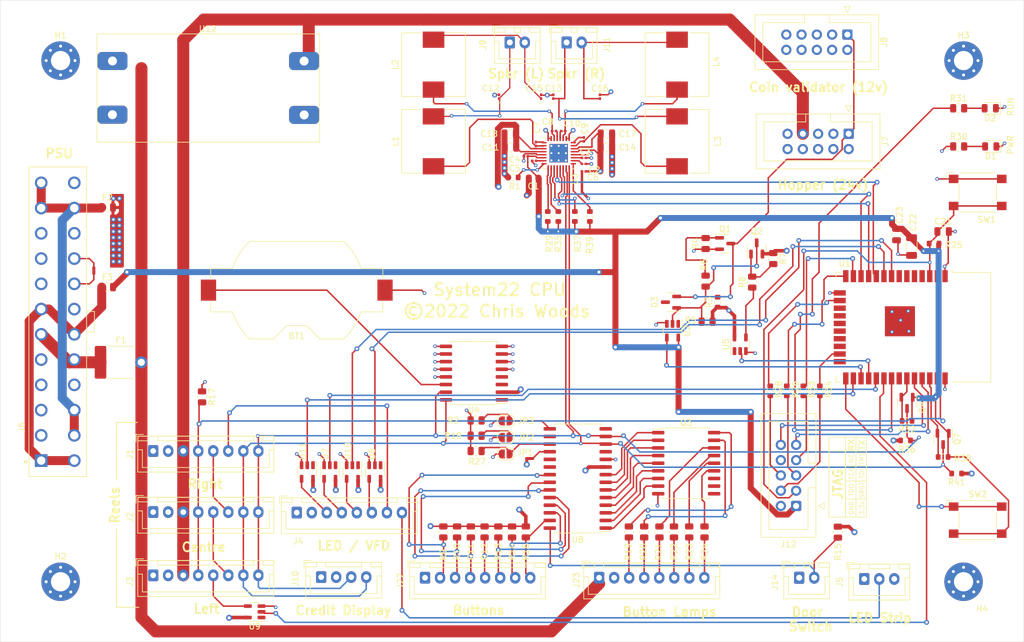
<source format=kicad_pcb>
(kicad_pcb (version 20211014) (generator pcbnew)
  (layers (0 "F.Cu" signal) (1 "In1.Cu" power) (2 "In2.Cu" power) (31 "B.Cu" signal) (35 "F.Paste" user) (37 "F.SilkS" user "F.Silkscreen") (39 "F.Mask" user) (44 "Edge.Cuts" user))
  (net 0 "")
  (net 10 "GND")
  (net 11 "+5V")
  (net 12 "Net-(D1-Pad2)")
  (net 13 "Net-(D2-Pad2)")
  (net 22 "Net-(Q3-Pad18)")
  (net 23 "Net-(Q3-Pad16)")
  (net 24 "Net-(Q3-Pad15)")
  (net 27 "MD_OE")
  (net 28 "MD_CLK")
  (net 29 "+12V")
  (net 30 "Net-(J23-Pad6)")
  (net 31 "Net-(J23-Pad7)")
  (net 32 "Net-(J23-Pad8)")
  (net 33 "CCTALK_DATA")
  (net 34 "HOST_RX")
  (net 35 "HOST_TX")
  (net 36 "Net-(C3-Pad2)")
  (net 37 "SCL")
  (net 38 "SDA")
  (net 39 "Net-(C5-Pad2)")
  (net 43 "+24V")
  (net 45 "JTAG_TDO")
  (net 46 "JTAG_TCK")
  (net 47 "JTAG_TMS")
  (net 48 "JTAG_TDI")
  (net 49 "JTAG_SRST")
  (net 50 "/Audio/OUTL+")
  (net 51 "/Audio/OUTL-")
  (net 52 "/Audio/OUTR+")
  (net 53 "/Audio/OUTR-")
  (net 54 "LED_DOUT")
  (net 55 "AUDIO_SDIN")
  (net 56 "AUDIO_SCLK")
  (net 57 "AUDIO_LRCLK")
  (net 59 "+3V3")
  (net 60 "/VBAT")
  (net 61 "Net-(Q1-Pad1)")
  (net 62 "CPU_RUN")
  (net 63 "Net-(J14-Pad2)")
  (net 65 "/Audio/BST_A+")
  (net 66 "/Audio/OUT_A+")
  (net 67 "/Audio/OUT_A-")
  (net 68 "/Audio/BST_A-")
  (net 69 "/Audio/BST_B+")
  (net 70 "/Audio/OUT_B+")
  (net 71 "/Audio/OUT_B-")
  (net 72 "/Audio/BST_B-")
  (net 73 "/Audio/ADR")
  (net 77 "EN_PWM")
  (net 78 "Net-(J2-Pad5)")
  (net 79 "Net-(Q2-Pad1)")
  (net 81 "USB_TX")
  (net 82 "USB_RX")
  (net 85 "MD_DOUT")
  (net 86 "MD_STROBE")
  (net 87 "LED_DOUT_SPLITTER")
  (net 88 "LED_DIN_SPLITTER")
  (net 90 "Net-(J1-Pad5)")
  (net 91 "Net-(J22-Pad2)")
  (net 92 "Net-(J22-Pad3)")
  (net 93 "Net-(J22-Pad4)")
  (net 94 "Net-(J22-Pad5)")
  (net 95 "Net-(J22-Pad6)")
  (net 96 "Net-(J22-Pad7)")
  (net 97 "Net-(J22-Pad8)")
  (net 98 "Net-(J23-Pad3)")
  (net 99 "Net-(J23-Pad4)")
  (net 100 "Net-(J23-Pad5)")
  (net 101 "Net-(JP1-Pad1)")
  (net 102 "Net-(JP2-Pad1)")
  (net 103 "Net-(JP3-Pad1)")
  (net 104 "Net-(Q3-Pad1)")
  (net 105 "Net-(Q3-Pad2)")
  (net 106 "Net-(Q3-Pad3)")
  (net 107 "Net-(Q3-Pad4)")
  (net 108 "Net-(Q3-Pad5)")
  (net 109 "Net-(Q3-Pad6)")
  (net 110 "Net-(Q3-Pad7)")
  (net 111 "Net-(Q3-Pad8)")
  (net 113 "Net-(Q3-Pad13)")
  (net 114 "Net-(Q3-Pad14)")
  (net 115 "Net-(Q3-Pad17)")
  (net 116 "Net-(NT2-Pad2)")
  (net 117 "MD_CLK33")
  (net 118 "MD_OE33")
  (net 119 "SDA33")
  (net 120 "MD_STROBE33")
  (net 121 "SCL33")
  (net 122 "MD_DOUT33")
  (net 126 "HOST_RX33")
  (net 128 "HOST_TX33")
  (net 129 "LED_DOUT33")
  (net 137 "Net-(R26-Pad1)")
  (net 138 "Net-(R28-Pad1)")
  (net 139 "Net-(R33-Pad1)")
  (net 140 "Net-(R34-Pad1)")
  (net 141 "Net-(SW2-Pad1)")
  (net 143 "Net-(F1-Pad1)")
  (net 144 "Net-(F2-Pad1)")
  (net 145 "Net-(F3-Pad1)")
  (net 146 "Net-(J6-Pad16)")
  (net 147 "Net-(U3-Pad9)")
  (net 148 "Net-(U3-Pad10)")
  (net 149 "Net-(U3-Pad11)")
  (net 150 "Net-(U3-Pad17)")
  (net 151 "Net-(C2-Pad2)")
  (footprint "LED_SMD:LED_0805_2012Metric" (layer "F.Cu") (at 210.4215 44.6 180)
    (fp_text reference "D1")
    (fp_text value "PWR")
  )
  (footprint "LED_SMD:LED_0805_2012Metric" (layer "F.Cu") (at 210.343 38.25 180)
    (fp_text reference "D2")
    (fp_text value "RUN")
  )
  (footprint "Resistor_SMD:R_0805_2012Metric" (layer "F.Cu") (at 133.096 108.712 90)
    (fp_text reference "R16")
    (fp_text value "4k7")
  )
  (footprint "Battery:BatteryHolder_Keystone_1058_1x2032" (layer "F.Cu") (at 95 68.5)
    (fp_text reference "BT1")
    (fp_text value "Battery_Cell")
  )
  (footprint "Package_DFN_QFN:VQFN-32-1EP_5x5mm_P0.5mm_EP3.1x3.1mm_ThermalVias" (layer "F.Cu") (at 138.557 45.72)
    (fp_text reference "U3")
    (fp_text value "TAS5825MRHB")
  )
  (footprint "Inductor_SMD:L_10.4x10.4_H4.8" (layer "F.Cu") (at 117.75 31 90)
    (fp_text reference "L2")
    (fp_text value "10µH / 4.4A / 0.03Ohm")
  )
  (footprint "Inductor_SMD:L_10.4x10.4_H4.8" (layer "F.Cu") (at 158.25 43.75 90)
    (fp_text reference "L3")
    (fp_text value "10µH / 4.4A / 0.03Ohm")
  )
  (footprint "Inductor_SMD:L_10.4x10.4_H4.8" (layer "F.Cu") (at 158.25 31 90)
    (fp_text reference "L4")
    (fp_text value "10µH / 4.4A / 0.03Ohm")
  )
  (footprint "Resistor_SMD:R_0603_1608Metric" (layer "F.Cu") (at 131 49.75 180)
    (fp_text reference "R1")
    (fp_text value "0")
  )
  (footprint "Connector_JST:JST_XH_B3B-XH-A_1x03_P2.50mm_Vertical" (layer "F.Cu") (at 189.3824 116.5352)
    (fp_text reference "J5")
    (fp_text value "LED_STRIP")
  )
  (footprint "Connector_JST:JST_XH_B8B-XH-A_1x08_P2.50mm_Vertical" (layer "F.Cu") (at 116.332 116.332)
    (fp_text reference "J22")
    (fp_text value "BTN_SWITCHES")
  )
  (footprint "Button_Switch_SMD:SW_SPST_Omron_B3FS-100xP" (layer "F.Cu") (at 208.25 52.25)
    (fp_text reference "SW1")
    (fp_text value "RESET")
  )
  (footprint "MountingHole:MountingHole_3.2mm_M3_Pad_Via" (layer "F.Cu") (at 55.72 117)
    (fp_text reference "H2")
    (fp_text value "MountingHole_Pad")
  )
  (footprint "MountingHole:MountingHole_3.2mm_M3_Pad_Via" (layer "F.Cu") (at 205.9 30.32)
    (fp_text reference "H3")
    (fp_text value "MountingHole_Pad")
  )
  (footprint "Connector_JST:JST_XH_B2B-XH-A_1x02_P2.50mm_Vertical" (layer "F.Cu") (at 130.429 27.305)
    (fp_text reference "J9")
    (fp_text value "SPKR_L")
  )
  (footprint "Connector_JST:JST_XH_B2B-XH-A_1x02_P2.50mm_Vertical" (layer "F.Cu") (at 139.879 27.305)
    (fp_text reference "J11")
    (fp_text value "SPKR_R")
  )
  (footprint "Capacitor_SMD:C_0201_0603Metric" (layer "F.Cu") (at 142.75 47.5 180)
    (fp_text reference "C2")
    (fp_text value "1µF")
  )
  (footprint "Capacitor_SMD:C_0201_0603Metric" (layer "F.Cu") (at 142.75 46.5 180)
    (fp_text reference "C3")
    (fp_text value "1µF")
  )
  (footprint "Capacitor_SMD:C_0201_0603Metric" (layer "F.Cu") (at 134.493 46.99)
    (fp_text reference "C5")
    (fp_text value "1µF")
  )
  (footprint "Capacitor_SMD:C_0201_0603Metric" (layer "F.Cu") (at 142.75 48.75 180)
    (fp_text reference "C6")
    (fp_text value "0.1µF/16v")
  )
  (footprint "Capacitor_SMD:C_0201_0603Metric" (layer "F.Cu") (at 134.747 44.196 90)
    (fp_text reference "C7")
    (fp_text value "0.47µF")
  )
  (footprint "Capacitor_SMD:C_0201_0603Metric" (layer "F.Cu") (at 137.795 42.037 180)
    (fp_text reference "C8")
    (fp_text value "0.47µF")
  )
  (footprint "Capacitor_SMD:C_0201_0603Metric" (layer "F.Cu") (at 142.748 43.434 90)
    (fp_text reference "C9")
    (fp_text value "0.47µF")
  )
  (footprint "Capacitor_SMD:C_0805_2012Metric" (layer "F.Cu") (at 130.55 44.75 180)
    (fp_text reference "C11")
    (fp_text value "22µF/35v")
  )
  (footprint "Capacitor_SMD:C_0201_0603Metric" (layer "F.Cu") (at 128.651 36.322 90)
    (fp_text reference "C12")
    (fp_text value "0.68µF")
  )
  (footprint "Capacitor_SMD:C_0201_0603Metric" (layer "F.Cu") (at 137.668 36.322 90)
    (fp_text reference "C13")
    (fp_text value "0.68µF")
  )
  (footprint "Capacitor_SMD:C_0201_0603Metric" (layer "F.Cu") (at 135.636 36.322 90)
    (fp_text reference "C15")
    (fp_text value "0.68µF")
  )
  (footprint "Capacitor_SMD:C_0201_0603Metric" (layer "F.Cu") (at 145.415 36.322 90)
    (fp_text reference "C16")
    (fp_text value "0.68µF")
  )
  (footprint "Capacitor_SMD:C_0201_0603Metric" (layer "F.Cu") (at 139.319 42.037)
    (fp_text reference "C10")
    (fp_text value "0.47µF")
  )
  (footprint "Inductor_SMD:L_10.4x10.4_H4.8" (layer "F.Cu") (at 117.75 43.75 90)
    (fp_text reference "L1")
    (fp_text value "10µH / 4.4A / 0.03Ohm")
  )
  (footprint "RF_Module:ESP32-WROOM-32" (layer "F.Cu") (at 194.564 74.676 -90)
    (fp_text reference "U1")
    (fp_text value "ESP32-WROOM-32E(16M)")
  )
  (footprint "Resistor_SMD:R_0805_2012Metric" (layer "F.Cu") (at 185 108.75 90)
    (fp_text reference "R15")
    (fp_text value "4k7")
  )
  (footprint "Connector_JST:JST_XH_B4B-XH-A_1x04_P2.50mm_Vertical" (layer "F.Cu") (at 99.06 116.2304)
    (fp_text reference "J10")
    (fp_text value "CREDIT_DISPLAY")
  )
  (footprint "MountingHole:MountingHole_3.2mm_M3_Pad_Via" (layer "F.Cu") (at 55.72 30.32)
    (fp_text reference "H1")
    (fp_text value "MountingHole_Pad")
  )
  (footprint "MountingHole:MountingHole_3.2mm_M3_Pad_Via" (layer "F.Cu") (at 205.9 117)
    (fp_text reference "H4")
    (fp_text value "MountingHole_Pad")
  )
  (footprint "Connector_JST:JST_XH_B2B-XH-A_1x02_P2.50mm_Vertical" (layer "F.Cu") (at 178.562 116.332)
    (fp_text reference "J14")
    (fp_text value "DOOR_SW")
  )
  (footprint "Connector_JST:JST_XH_B8B-XH-A_1x08_P2.50mm_Vertical" (layer "F.Cu") (at 145.288 116.332)
    (fp_text reference "J23")
    (fp_text value "BTN_LAMPS")
  )
  (footprint "Resistor_SMD:R_0805_2012Metric" (layer "F.Cu") (at 128.524 108.712 90)
    (fp_text reference "R13")
    (fp_text value "4k7")
  )
  (footprint "Resistor_SMD:R_0805_2012Metric" (layer "F.Cu") (at 130.81 108.712 90)
    (fp_text reference "R14")
    (fp_text value "4k7")
  )
  (footprint "Resistor_SMD:R_0805_2012Metric" (layer "F.Cu") (at 162.814 108.712 90)
    (fp_text reference "R24")
    (fp_text value "22")
  )
  (footprint "Resistor_SMD:R_0805_2012Metric" (layer "F.Cu") (at 157.734 108.712 90)
    (fp_text reference "R22")
    (fp_text value "22")
  )
  (footprint "Package_SO:SOIC-18W_7.5x11.6mm_P1.27mm" (layer "F.Cu") (at 159.766 97.282)
    (fp_text reference "Q3")
    (fp_text value "ULN2803ADWR")
  )
  (footprint "Resistor_SMD:R_0805_2012Metric" (layer "F.Cu") (at 155.321 108.712 90)
    (fp_text reference "R21")
    (fp_text value "22")
  )
  (footprint "Resistor_SMD:R_0805_2012Metric" (layer "F.Cu") (at 119.38 108.712 90)
    (fp_text reference "R9")
    (fp_text value "4k7")
  )
  (footprint "Resistor_SMD:R_0805_2012Metric" (layer "F.Cu") (at 152.781 108.712 90)
    (fp_text reference "R20")
    (fp_text value "22")
  )
  (footprint "Resistor_SMD:R_0805_2012Metric" (layer "F.Cu") (at 123.952 108.712 90)
    (fp_text reference "R11")
    (fp_text value "4k7")
  )
  (footprint "Resistor_SMD:R_0805_2012Metric" (layer "F.Cu") (at 150.241 108.712 90)
    (fp_text reference "R19")
    (fp_text value "22")
  )
  (footprint "Resistor_SMD:R_0805_2012Metric" (layer "F.Cu") (at 126.238 108.712 90)
    (fp_text reference "R12")
    (fp_text value "4k7")
  )
  (footprint "Resistor_SMD:R_0805_2012Metric" (layer "F.Cu") (at 160.274 108.712 90)
    (fp_text reference "R23")
    (fp_text value "22")
  )
  (footprint "Package_SO:SOIC-28W_7.5x17.9mm_P1.27mm" (layer "F.Cu") (at 141.732 99.822 180)
    (fp_text reference "U8")
    (fp_text value "MCP23017-E_SO")
  )
  (footprint "Resistor_SMD:R_0805_2012Metric" (layer "F.Cu") (at 121.666 108.712 90)
    (fp_text reference "R10")
    (fp_text value "4k7")
  )
  (footprint "Package_SO:SOIC-16W_7.5x10.3mm_P1.27mm" (layer "F.Cu") (at 124.46 82.296 180)
    (fp_text reference "U4")
    (fp_text value "DS3231M")
  )
  (footprint "Resistor_SMD:R_0805_2012Metric" (layer "F.Cu") (at 205.0875 44.6)
    (fp_text reference "R30")
    (fp_text value "220")
  )
  (footprint "Resistor_SMD:R_0805_2012Metric" (layer "F.Cu") (at 205.0875 38.25)
    (fp_text reference "R31")
    (fp_text value "180")
  )
  (footprint "Connector_JST:JST_XH_B8B-XH-A_1x08_P2.50mm_Vertical" (layer "F.Cu") (at 71.12 95.25)
    (fp_text reference "J1")
    (fp_text value "REEL_RIGHT")
  )
  (footprint "Connector_JST:JST_XH_B8B-XH-A_1x08_P2.50mm_Vertical" (layer "F.Cu") (at 71.12 105.41)
    (fp_text reference "J2")
    (fp_text value "REEL_CENTRE")
  )
  (footprint "Connector_JST:JST_XH_B8B-XH-A_1x08_P2.50mm_Vertical" (layer "F.Cu") (at 71.12 115.93)
    (fp_text reference "J3")
    (fp_text value "REEL_LEFT")
  )
  (footprint "Resistor_SMD:R_0805_2012Metric" (layer "F.Cu") (at 124.83 90.17 180)
    (fp_text reference "R2")
    (fp_text value "4k7")
  )
  (footprint "Resistor_SMD:R_0805_2012Metric" (layer "F.Cu") (at 124.83 92.71 180)
    (fp_text reference "R18")
    (fp_text value "4k7")
  )
  (footprint "Resistor_SMD:R_0805_2012Metric" (layer "F.Cu") (at 124.83 95.25 180)
    (fp_text reference "R27")
    (fp_text value "4k7")
  )
  (footprint "Connector_IDC:IDC-Header_2x05_P2.54mm_Vertical" (layer "F.Cu") (at 178.054 104.394 180)
    (fp_text reference "J12")
    (fp_text value "HEADER_6x2")
  )
  (footprint "Capacitor_SMD:C_0201_0603Metric" (layer "F.Cu") (at 133.096 46.228 180)
    (fp_text reference "C4")
    (fp_text value "0.1µF/16v")
  )
  (footprint "Capacitor_SMD:C_0603_1608Metric" (layer "F.Cu") (at 134.366 49.784 180)
    (fp_text reference "C1")
    (fp_text value "4.7µF/16v")
  )
  (footprint "Resistor_SMD:R_0805_2012Metric" (layer "F.Cu") (at 79.25 86.25 -90)
    (fp_text reference "R17")
    (fp_text value "4k7")
  )
  (footprint "Jumper:SolderJumper-2_P1.3mm_Open_RoundedPad1.0x1.5mm" (layer "F.Cu") (at 129.75 95.75 180)
    (fp_text reference "JP1")
    (fp_text value "A2")
  )
  (footprint "Jumper:SolderJumper-2_P1.3mm_Open_RoundedPad1.0x1.5mm" (layer "F.Cu") (at 129.75 93 180)
    (fp_text reference "JP2")
    (fp_text value "A1")
  )
  (footprint "Jumper:SolderJumper-2_P1.3mm_Open_RoundedPad1.0x1.5mm" (layer "F.Cu") (at 129.75 90.25 180)
    (fp_text reference "JP3")
    (fp_text value "A0")
  )
  (footprint "Resistor_SMD:R_0603_1608Metric" (layer "F.Cu") (at 201 60.75 180)
    (fp_text reference "R25")
    (fp_text value "10k")
  )
  (footprint "Capacitor_SMD:C_0805_2012Metric" (layer "F.Cu") (at 202.5 58.75)
    (fp_text reference "C21")
    (fp_text value "1µF/50v")
  )
  (footprint "Connector_JST:JST_XH_B8B-XH-A_1x08_P2.50mm_Vertical" (layer "F.Cu") (at 95 105.5)
    (fp_text reference "J4")
    (fp_text value "LED / VFD")
  )
  (footprint "Capacitor_SMD:C_0805_2012Metric" (layer "F.Cu") (at 194.75 59.25 -90)
    (fp_text reference "C23")
    (fp_text value "1µF/50V")
  )
  (footprint "Capacitor_SMD:C_1206_3216Metric" (layer "F.Cu") (at 197.25 61.25 -90)
    (fp_text reference "C22")
    (fp_text value "100µF/6.3v")
  )
  (footprint "Resistor_SMD:R_0603_1608Metric" (layer "F.Cu") (at 196.25 93.5)
    (fp_text reference "R36")
    (fp_text value "10k")
  )
  (footprint "Package_TO_SOT_SMD:SOT-23" (layer "F.Cu") (at 166.25 60.75)
    (fp_text reference "Q1")
    (fp_text value "BC846")
  )
  (footprint "Package_TO_SOT_SMD:SOT-23-5" (layer "F.Cu") (at 104.25 98.75 -90)
    (fp_text reference "U10")
    (fp_text value "SN74LVC1G17")
  )
  (footprint "Package_TO_SOT_SMD:SOT-23" (layer "F.Cu") (at 157.25 70.5 180)
    (fp_text reference "D3")
    (fp_text value "BAT54")
  )
  (footprint "Connector_IDC:IDC-Header_2x05_P2.54mm_Vertical" (layer "F.Cu") (at 186.79 42.4975 -90)
    (fp_text reference "J7")
    (fp_text value "HOPPER")
  )
  (footprint "Resistor_SMD:R_0603_1608Metric" (layer "F.Cu") (at 143.75 56.25 90)
    (fp_text reference "R39")
    (fp_text value "10k")
  )
  (footprint "Fuse:Fuse_2920_7451Metric" (layer "F.Cu") (at 65.75 80.5)
    (fp_text reference "F1")
    (fp_text value "2A 15V")
  )
  (footprint "Converter_DCDC:Boost_Converter" (layer "F.Cu") (at 80 35)
    (fp_text reference "U12")
    (fp_text value "Boost_Converter")
  )
  (footprint "Resistor_SMD:R_0805_2012Metric" (layer "F.Cu") (at 174.25 63.25 -90)
    (fp_text reference "R7")
    (fp_text value "100k")
  )
  (footprint "Package_TO_SOT_SMD:SOT-23" (layer "F.Cu") (at 171.5 61.5625 90)
    (fp_text reference "Q2")
    (fp_text value "BC856")
  )
  (footprint "Button_Switch_SMD:SW_SPST_Omron_B3FS-100xP" (layer "F.Cu") (at 208.25 106.75)
    (fp_text reference "SW2")
    (fp_text value "BOOT")
  )
  (footprint "Resistor_SMD:R_0603_1608Metric" (layer "F.Cu") (at 196.5 90.25 180)
    (fp_text reference "R32")
    (fp_text value "10k")
  )
  (footprint "Package_TO_SOT_SMD:SOT-23" (layer "F.Cu") (at 202.5 93.25 -90)
    (fp_text reference "Q7")
    (fp_text value "BSS138")
  )
  (footprint "Capacitor_SMD:C_0805_2012Metric" (layer "F.Cu") (at 146.5 44.75)
    (fp_text reference "C14")
    (fp_text value "22µF/35v")
  )
  (footprint "Fuse:Fuse_0805_2012Metric" (layer "F.Cu") (at 63.5 54.75)
    (fp_text reference "F2")
    (fp_text value "2.6A 6V")
  )
  (footprint "Resistor_SMD:R_0603_1608Metric" (layer "F.Cu") (at 136.75 56.25 90)
    (fp_text reference "R29")
    (fp_text value "10k")
  )
  (footprint "Fuse:Fuse_0805_2012Metric" (layer "F.Cu") (at 63.5 68)
    (fp_text reference "F3")
    (fp_text value "Polyfuse")
  )
  (footprint "Resistor_SMD:R_0603_1608Metric" (layer "F.Cu") (at 141.25 56.25 90)
    (fp_text reference "R37")
    (fp_text value "10k")
  )
  (footprint "NetTie:NetTie-2_SMD_Pad0.5mm" (layer "F.Cu") (at 133.75 96.5)
    (fp_text reference "NT2" hide)
    (fp_text value "NetTie_2")
  )
  (footprint "Resistor_SMD:R_0603_1608Metric" (layer "F.Cu") (at 204.75 99 180)
    (fp_text reference "R41")
    (fp_text value "10k")
  )
  (footprint "Package_TO_SOT_SMD:SOT-23-5" (layer "F.Cu") (at 108 98.75 -90)
    (fp_text reference "U6")
    (fp_text value "SN74LVC1G17")
  )
  (footprint "Resistor_SMD:R_0805_2012Metric" (layer "F.Cu") (at 163.25 73.75 180)
    (fp_text reference "R5")
    (fp_text value "100k")
  )
  (footprint "NetTie:NetTie-2_SMD_Pad0.5mm" (layer "F.Cu") (at 61.25 65.25 90)
    (fp_text reference "NT1" hide)
    (fp_text value "NetTie_2")
  )
  (footprint "Resistor_SMD:R_0603_1608Metric" (layer "F.Cu") (at 138.5 56.25 90)
    (fp_text reference "R35")
    (fp_text value "10k")
  )
  (footprint "Resistor_SMD:R_0603_1608Metric" (layer "F.Cu") (at 165 70.5 90)
    (fp_text reference "R3")
    (fp_text value "10k")
  )
  (footprint "Package_TO_SOT_SMD:SOT-23-5" (layer "F.Cu") (at 88 122 180)
    (fp_text reference "U9")
    (fp_text value "SN74LVC1G17")
  )
  (footprint "Package_TO_SOT_SMD:SOT-23" (layer "F.Cu") (at 196.5 87.25 -90)
    (fp_text reference "Q4")
    (fp_text value "BSS138")
  )
  (footprint "Capacitor_SMD:C_0805_2012Metric" (layer "F.Cu") (at 146.5 42.5)
    (fp_text reference "C17")
    (fp_text value "22µF/35v")
  )
  (footprint "Capacitor_SMD:C_0805_2012Metric" (layer "F.Cu") (at 130.5 42.5 180)
    (fp_text reference "C18")
    (fp_text value "22µF/35v")
  )
  (footprint "Resistor_SMD:R_0603_1608Metric" (layer "F.Cu") (at 179.25 85.25 -90)
    (fp_text reference "R33")
    (fp_text value "100")
  )
  (footprint "Package_TO_SOT_SMD:SOT-23-5" (layer "F.Cu") (at 157.5 75.25 -90)
    (fp_text reference "U2")
    (fp_text value "SN74LVC1G17")
  )
  (footprint "Resistor_SMD:R_0603_1608Metric" (layer "F.Cu") (at 176.5 85.25 -90)
    (fp_text reference "R26")
    (fp_text value "100")
  )
  (footprint "Resistor_SMD:R_0603_1608Metric" (layer "F.Cu") (at 182 85.25 -90)
    (fp_text reference "R34")
    (fp_text value "100")
  )
  (footprint "Resistor_SMD:R_0805_2012Metric" (layer "F.Cu") (at 163 60.75 90)
    (fp_text reference "R4")
    (fp_text value "100k")
  )
  (footprint "Resistor_SMD:R_0603_1608Metric" (layer "F.Cu") (at 202.5 96.25 180)
    (fp_text reference "R38")
    (fp_text value "10k")
  )
  (footprint "Connector_IDC:IDC-Header_2x05_P2.54mm_Vertical" (layer "F.Cu") (at 186.58 25.9975 -90)
    (fp_text reference "J8")
    (fp_text value "COIN_VALIDATOR")
  )
  (footprint "Resistor_SMD:R_0805_2012Metric" (layer "F.Cu") (at 170.75 67.1625 90)
    (fp_text reference "R8")
    (fp_text value "68k")
  )
  (footprint "Connector_TE-Connectivity:TE_1-1775099-3" (layer "F.Cu") (at 55.25 73.75 90)
    (fp_text reference "J6")
    (fp_text value "ATX-24")
  )
  (footprint "Package_TO_SOT_SMD:SOT-23-5" (layer "F.Cu") (at 100.5 98.75 -90)
    (fp_text reference "U7")
    (fp_text value "SN74LVC1G17")
  )
  (footprint "Package_TO_SOT_SMD:SOT-23-5" (layer "F.Cu") (at 168.75 77.5 90)
    (fp_text reference "U5")
    (fp_text value "SN74LVC1G17")
  )
  (footprint "Package_TO_SOT_SMD:SOT-23-5" (layer "F.Cu") (at 96.75 98.75 -90)
    (fp_text reference "U11")
    (fp_text value "SN74LVC1G17")
  )
  (footprint "Resistor_SMD:R_0603_1608Metric" (layer "F.Cu") (at 173.75 85.25 -90)
    (fp_text reference "R28")
    (fp_text value "100")
  )
  (footprint "Resistor_SMD:R_0805_2012Metric" (layer "F.Cu") (at 163 67 90)
    (fp_text reference "R6")
    (fp_text value "68k")
  )
  (gr_line (start 183.5 106.25) (end 183.5 95.25) (layer "F.SilkS") (width 0.12))
  (gr_line (start 189.75 93) (end 189.75 95.25) (layer "F.SilkS") (width 0.12))
  (gr_line (start 186.25 106.25) (end 186.25 95.25) (layer "F.SilkS") (width 0.12))
  (gr_line (start 189.75 106.25) (end 183.5 106.25) (layer "F.SilkS") (width 0.12))
  (gr_line (start 65 90.5) (end 68.5 90.5) (layer "F.SilkS") (width 0.15))
  (gr_line (start 188 95.25) (end 188 106.25) (layer "F.SilkS") (width 0.12))
  (gr_line (start 65 121.25) (end 68.75 121.25) (layer "F.SilkS") (width 0.15))
  (gr_line (start 189.75 95.25) (end 189.75 106.25) (layer "F.SilkS") (width 0.12))
  (gr_line (start 183.5 95.25) (end 189.75 95.25) (layer "F.SilkS") (width 0.12))
  (gr_line (start 186.25 95.25) (end 186.25 93) (layer "F.SilkS") (width 0.12))
  (gr_line (start 183.5 93) (end 189.75 93) (layer "F.SilkS") (width 0.12))
  (gr_line (start 186.25 103.25) (end 189.75 103.25) (layer "F.SilkS") (width 0.12))
  (gr_line (start 65 90.5) (end 65 100) (layer "F.SilkS") (width 0.15))
  (gr_line (start 186.25 95.25) (end 186.25 106.25) (layer "F.SilkS") (width 0.12))
  (gr_line (start 65 108.25) (end 65 121.25) (layer "F.SilkS") (width 0.15))
  (gr_line (start 186.25 100.25) (end 189.75 100.25) (layer "F.SilkS") (width 0.12))
  (gr_line (start 188 95.25) (end 188 93) (layer "F.SilkS") (width 0.12))
  (gr_line (start 186.25 97.75) (end 189.75 97.75) (layer "F.SilkS") (width 0.12))
  (gr_line (start 183.5 95.25) (end 183.5 93) (layer "F.SilkS") (width 0.12))
  (gr_line (start 45.72 127) (end 45.72 20.32) (layer "Edge.Cuts") (width 0.05))
  (gr_line (start 215.9 127) (end 45.72 127) (layer "Edge.Cuts") (width 0.05))
  (gr_line (start 215.9 20.32) (end 215.9 127) (layer "Edge.Cuts") (width 0.05))
  (gr_line (start 45.72 20.32) (end 215.9 20.32) (layer "Edge.Cuts") (width 0.05))
  (gr_text "Centre" (at 79.5 111.25) (layer "F.SilkS") (effects (font (size 1.5 1.5) (thickness 0.3))))
  (gr_text "Right" (at 79.75 100.75) (layer "F.SilkS") (effects (font (size 1.5 1.5) (thickness 0.3))))
  (gr_text "Door \nSwitch" (at 180.5 123.25) (layer "F.SilkS") (effects (font (size 1.5 1.5) (thickness 0.3))))
  (gr_text "LED Strip" (at 192 123) (layer "F.SilkS") (effects (font (size 1.5 1.5) (thickness 0.3))))
  (gr_text "Coin validator (12v)" (at 181.79 34.7475) (layer "F.SilkS") (effects (font (size 1.5 1.5) (thickness 0.3))))
  (gr_text "Hopper (24v)" (at 182.54 50.9975) (layer "F.SilkS") (effects (font (size 1.5 1.5) (thickness 0.3))))
  (gr_text "Spkr (L)" (at 131.5 32.5) (layer "F.SilkS") (effects (font (size 1.5 1.5) (thickness 0.3))))
  (gr_text "Spkr (R)" (at 141.5 32.5) (layer "F.SilkS") (effects (font (size 1.5 1.5) (thickness 0.3))))
  (gr_text "PSU" (at 55.5 45.75) (layer "F.SilkS") (effects (font (size 1.5 1.5) (thickness 0.3))))
  (gr_text "GND\n" (at 187.25 104.75 90) (layer "F.SilkS") (effects (font (size 0.75 0.75) (thickness 0.1))))
  (gr_text "SRST\n" (at 189 101.75 90) (layer "F.SilkS") (effects (font (size 0.75 0.75) (thickness 0.1))))
  (gr_text "TDO" (at 187.25 101.75 90) (layer "F.SilkS") (effects (font (size 0.75 0.75) (thickness 0.1))))
  (gr_text "TDI" (at 189 99 90) (layer "F.SilkS") (effects (font (size 0.75 0.75) (thickness 0.1))))
  (gr_text "TCK" (at 187.25 99 90) (layer "F.SilkS") (effects (font (size 0.75 0.75) (thickness 0.1))))
  (gr_text "TMS" (at 189 96.5 90) (layer "F.SilkS") (effects (font (size 0.75 0.75) (thickness 0.1))))
  (gr_text "JTAG" (at 185 100.75 90) (layer "F.SilkS") (effects (font (size 1.5 1.5) (thickness 0.3))))
  (gr_text "NC" (at 187.25 96.5 90) (layer "F.SilkS") (effects (font (size 0.75 0.75) (thickness 0.1))))
  (gr_text "©2022 Chris Woods" (at 128.25 72) (layer "F.SilkS") (effects (font (size 2 2) (thickness 0.3))))
  (gr_text "TX" (at 189 94.25 90) (layer "F.SilkS") (effects (font (size 1 1))))
  (gr_text "RX" (at 187.25 94.25 90) (layer "F.SilkS") (effects (font (size 1 1))))
  (gr_text "Buttons" (at 125.25 121.75) (layer "F.SilkS") (effects (font (size 1.5 1.5) (thickness 0.3))))
  (gr_text "Reels" (at 64.75 104.25 90) (layer "F.SilkS") (effects (font (size 1.5 1.5) (thickness 0.3))))
  (gr_text "Credit Display" (at 102.75 121.75) (layer "F.SilkS") (effects (font (size 1.5 1.5) (thickness 0.3))))
  (gr_text "Button Lamps" (at 157 122) (layer "F.SilkS") (effects (font (size 1.5 1.5) (thickness 0.3))))
  (gr_text "System22 CPU" (at 128.758 68.444) (layer "F.SilkS") (effects (font (size 2 2) (thickness 0.3))))
  (gr_text "Left" (at 80 121.5) (layer "F.SilkS") (effects (font (size 1.5 1.5) (thickness 0.3))))
  (gr_text "3.3v" (at 189 104.75 90) (layer "F.SilkS") (effects (font (size 0.75 0.75) (thickness 0.1))))
  (segment (start 136.652 36.068) (end 135.702 36.068) (width 0.25) (layer "F.Cu") (net 10))
  (segment (start 143.75 45.75) (end 144 45.75) (width 0.25) (layer "F.Cu") (net 10))
  (segment (start 146.748 36.002) (end 147.25 35.5) (width 0.25) (layer "F.Cu") (net 10))
  (segment (start 203.39916 58.75) (end 204.5 58.75) (width 0.25) (layer "F.Cu") (net 10))
  (segment (start 195 62.5) (end 195 60.82912) (width 0.25) (layer "F.Cu") (net 10))
  (segment (start 61.25 64) (end 60.5 63.25) (width 0.25) (layer "F.Cu") (net 10))
  (segment (start 129.55 46.45) (end 129.55 47.2) (width 1) (layer "F.Cu") (net 10))
  (segment (start 165.3125 61.7) (end 161.312 61.7) (width 0.25) (layer "F.Cu") (net 10))
  (segment (start 139.807 43.2825) (end 140.307 43.2825) (width 0.25) (layer "F.Cu") (net 10))
  (segment (start 136.807 43.2825) (end 136.807 42.319) (width 0.25) (layer "F.Cu") (net 10))
  (segment (start 132.776 46.228) (end 132.776 46.028) (width 0.25) (layer "F.Cu") (net 10))
  (segment (start 129.55 42.5) (end 129.55 46.2) (width 1) (layer "F.Cu") (net 10))
  (segment (start 212.1995 44.6) (end 212.7075 44.092) (width 0.25) (layer "F.Cu") (net 10))
  (segment (start 171.1 78.85) (end 171.25 79) (width 0.25) (layer "F.Cu") (net 10))
  (segment (start 185.309 68.961) (end 183.6674 68.961) (width 0.25) (layer "F.Cu") (net 10))
  (segment (start 140.307 43.2825) (end 140.307 42.573) (width 0.25) (layer "F.Cu") (net 10))
  (segment (start 156.55 73.9) (end 155.1 73.9) (width 0.25) (layer "F.Cu") (net 10))
  (segment (start 143.07 46.5) (end 143.9755 46.5) (width 0.25) (layer "F.Cu") (net 10))
  (segment (start 99.55 97.4) (end 99.55 96.55) (width 0.25) (layer "F.Cu") (net 10))
  (segment (start 129.11 80.391) (end 130.8862 80.391) (width 0.25) (layer "F.Cu") (net 10))
  (segment (start 132.776 46.974) (end 132.75 47) (width 0.25) (layer "F.Cu") (net 10))
  (segment (start 61.25 64.75) (end 61.25 64) (width 0.25) (layer "F.Cu") (net 10))
  (segment (start 197.25 62.64954) (end 195.20355 62.64954) (width 0.25) (layer "F.Cu") (net 10))
  (segment (start 103.3 97.4) (end 103.3 96.8) (width 0.25) (layer "F.Cu") (net 10))
  (segment (start 195 60.82912) (end 195.25 60.57912) (width 0.25) (layer "F.Cu") (net 10))
  (segment (start 147.45 48.3) (end 147.45 49.3) (width 1) (layer "F.Cu") (net 10))
  (segment (start 212.25 50) (end 201.5 50) (width 0.25) (layer "F.Cu") (net 10))
  (segment (start 133.591 49.784) (end 133.591 52.409) (width 1) (layer "F.Cu") (net 10))
  (segment (start 155.066 104.25681) (end 154.9908 104.33201) (width 0.25) (layer "F.Cu") (net 10))
  (segment (start 130.8862 81.661) (end 130.9116 81.6864) (width 0.25) (layer "F.Cu") (net 10))
  (segment (start 202.819 64.643) (end 202.7428 64.5668) (width 0.25) (layer "F.Cu") (net 10))
  (segment (start 134.975716 45.97) (end 136.1195 45.97) (width 0.25) (layer "F.Cu") (net 10))
  (segment (start 115.75 68.5) (end 116.25 69) (width 0.25) (layer "F.Cu") (net 10))
  (segment (start 128.651 36.002) (end 127.9804 36.002) (width 0.25) (layer "F.Cu") (net 10))
  (segment (start 107.05 97.4) (end 107.05 96.3) (width 0.25) (layer "F.Cu") (net 10))
  (segment (start 119.81 81.661) (end 118.0338 81.661) (width 0.25) (layer "F.Cu") (net 10))
  (segment (start 169.7 78.85) (end 171.1 78.85) (width 0.25) (layer "F.Cu") (net 10))
  (segment (start 202.819 66.176) (end 202.819 64.643) (width 0.25) (layer "F.Cu") (net 10))
  (segment (start 147.45 42.5) (end 147.45 46.3) (width 1) (layer "F.Cu") (net 10))
  (segment (start 155.1 73.9) (end 154.75 74.25) (width 0.25) (layer "F.Cu") (net 10))
  (segment (start 79.25 84.25) (end 79.75 83.75) (width 0.25) (layer "F.Cu") (net 10))
  (segment (start 143.53 45.97) (end 143.75 45.75) (width 0.25) (layer "F.Cu") (net 10))
  (segment (start 118.0338 82.931) (end 118.0084 82.9564) (width 0.25) (layer "F.Cu") (net 10))
  (segment (start 155.066 102.362) (end 155.066 104.25681) (width 0.25) (layer "F.Cu") (net 10))
  (segment (start 95.8 96.55) (end 95 95.75) (width 0.25) (layer "F.Cu") (net 10))
  (segment (start 129.55 48.2) (end 129.55 49.125) (width 1) (layer "F.Cu") (net 10))
  (segment (start 130.8862 77.851) (end 130.9116 77.8256) (width 0.25) (layer "F.Cu") (net 10))
  (segment (start 129.55 47.2) (end 129.55 48.2) (width 1) (layer "F.Cu") (net 10))
  (segment (start 107.05 96.3) (end 106.5 95.75) (width 0.25) (layer "F.Cu") (net 10))
  (segment (start 79.25 85.3375) (end 79.25 84.25) (width 0.25) (layer "F.Cu") (net 10))
  (segment (start 133.591 52.409) (end 133.25 52.75) (width 1) (layer "F.Cu") (net 10))
  (segment (start 211.2805 38.25) (end 212.4535 38.25) (width 0.25) (layer "F.Cu") (net 10))
  (segment (start 127.9804 36.002) (end 127.9144 36.068) (width 0.25) (layer "F.Cu") (net 10))
  (segment (start 147.45 46.3) (end 147.45 47.3) (width 1) (layer "F.Cu") (net 10))
  (segment (start 89.35 121.05) (end 91.3 121.05) (width 0.25) (layer "F.Cu") (net 10))
  (segment (start 202.819 84.963) (end 202.7936 84.9884) (width 0.25) (layer "F.Cu") (net 10))
  (segment (start 103.3 96.8) (end 102.25 95.75) (width 0.25) (layer "F.Cu") (net 10))
  (segment (start 134.173 47.173) (end 134.75 47.75) (width 0.25) (layer "F.Cu") (net 10))
  (segment (start 99.55 96.55) (end 98.75 95.75) (width 0.25) (layer "F.Cu") (net 10))
  (segment (start 147.45 47.3) (end 147.45 48.3) (width 1) (layer "F.Cu") (net 10))
  (segment (start 119.81 80.391) (end 118.0338 80.391) (width 0.25) (layer "F.Cu") (net 10))
  (segment (start 140.307 42.573) (end 140.97 41.91) (width 0.25) (layer "F.Cu") (net 10))
  (segment (start 129.11 79.121) (end 130.8862 79.121) (width 0.25) (layer "F.Cu") (net 10))
  (segment (start 134.173 46.99) (end 134.173 47.173) (width 0.25) (layer "F.Cu") (net 10))
  (segment (start 136.807 42.319) (end 136.398 41.91) (width 0.25) (layer "F.Cu") (net 10))
  (segment (start 140.9945 45.97) (end 143.53 45.97) (width 0.25) (layer "F.Cu") (net 10))
  (segment (start 202.819 83.176) (end 202.819 84.963) (width 0.25) (layer "F.Cu") (net 10))
  (segment (start 212.4535 38.25) (end 212.7075 37.996) (width 0.25) (layer "F.Cu") (net 10))
  (segment (start 203.34836 63.96124) (end 202.7428 64.5668) (width 0.25) (layer "F.Cu") (net 10))
  (segment (start 142.43 48.75) (end 142.43 52.18) (width 0.4) (layer "F.Cu") (net 10))
  (segment (start 130.8862 79.121) (end 130.9116 79.1464) (width 0.25) (layer "F.Cu") (net 10))
  (segment (start 119.81 79.121) (end 118.0338 79.121) (width 0.25) (layer "F.Cu") (net 10))
  (segment (start 211.359 44.6) (end 212.1995 44.6) (width 0.25) (layer "F.Cu") (net 10))
  (segment (start 129.11 77.851) (end 130.8862 77.851) (width 0.25) (layer "F.Cu") (net 10))
  (segment (start 132.776 46.028) (end 132.984489 45.819511) (width 0.25) (layer "F.Cu") (net 10))
  (segment (start 129.55 49.125) (end 130.175 49.75) (width 1) (layer "F.Cu") (net 10))
  (segment (start 119.81 82.931) (end 118.0338 82.931) (width 0.25) (layer "F.Cu") (net 10))
  (segment (start 137.307 43.2825) (end 136.807 43.2825) (width 0.25) (layer "F.Cu") (net 10))
  (segment (start 95.8 97.4) (end 95.8 96.55) (width 0.25) (layer "F.Cu") (net 10))
  (segment (start 118.0338 80.391) (end 118.0084 80.4164) (width 0.25) (layer "F.Cu") (net 10))
  (segment (start 60.5 63.25) (end 58 63.25) (width 0.25) (layer "F.Cu") (net 10))
  (segment (start 129.55 46.2) (end 129.55 46.45) (width 1) (layer "F.Cu") (net 10))
  (segment (start 119.81 77.851) (end 118.0338 77.851) (width 0.25) (layer "F.Cu") (net 10))
  (segment (start 123.9175 95.25) (end 123.9175 89.1675) (width 0.25) (layer "F.Cu") (net 10))
  (segment (start 130.8862 80.391) (end 130.9116 80.4164) (width 0.25) (layer "F.Cu") (net 10))
  (segment (start 146.432 96.647) (end 148.0058 96.647) (width 0.25) (layer "F.Cu") (net 10))
  (segment (start 136.652 36.068) (end 137.602 36.068) (width 0.25) (layer "F.Cu") (net 10))
  (segment (start 118.0338 81.661) (end 118.0084 81.6864) (width 0.25) (layer "F.Cu") (net 10))
  (segment (start 143.07 47.5) (end 144 47.5) (width 0.25) (layer "F.Cu") (net 10))
  (segment (start 161.312 61.7) (end 161.036 61.976) (width 0.25) (layer "F.Cu") (net 10))
  (segment (start 134.825227 45.819511) (end 134.975716 45.97) (width 0.25) (layer "F.Cu") (net 10))
  (segment (start 123.9175 89.1675) (end 123.25 88.5) (width 0.25) (layer "F.Cu") (net 10))
  (segment (start 118.0338 79.121) (end 118.0084 79.1464) (width 0.25) (layer "F.Cu") (net 10))
  (segment (start 129.11 81.661) (end 130.8862 81.661) (width 0.25) (layer "F.Cu") (net 10))
  (segment (start 109.68 68.5) (end 115.75 68.5) (width 0.25) (layer "F.Cu") (net 10))
  (segment (start 203.34836 58.75) (end 203.34836 63.96124) (width 0.25) (layer "F.Cu") (net 10))
  (segment (start 145.415 36.002) (end 146.748 36.002) (width 0.25) (layer "F.Cu") (net 10))
  (segment (start 118.0338 77.851) (end 118.0084 77.8256) (width 0.25) (layer "F.Cu") (net 10))
  (segment (start 91.3 121.05) (end 91.5 121.25) (width 0.25) (layer "F.Cu") (net 10))
  (segment (start 132.984489 45.819511) (end 134.825227 45.819511) (width 0.25) (layer "F.Cu") (net 10))
  (segment (start 142.43 52.18) (end 143.5 53.25) (width 0.4) (layer "F.Cu") (net 10))
  (segment (start 148.0058 96.647) (end 148.0312 96.6724) (width 0.25) (layer "F.Cu") (net 10))
  (segment (start 132.776 46.228) (end 132.776 46.974) (width 0.25) (layer "F.Cu") (net 10))
  (via (at 147.45 48.3) (size 0.8) (drill 0.4) (layers "F.Cu" "B.Cu") (net 10))
  (via (at 116.25 69) (size 0.6) (drill 0.3) (layers "F.Cu" "B.Cu") (net 10))
  (via (at 144 46.5245) (size 0.6) (drill 0.3) (layers "F.Cu" "B.Cu") (net 10))
  (via (at 194.0052 75.438) (size 0.6) (drill 0.3) (layers "F.Cu" "B.Cu") (net 10))
  (via (at 98.75 95.75) (size 0.6) (drill 0.3) (layers "F.Cu" "B.Cu") (net 10))
  (via (at 194.0052 72.0852) (size 0.6) (drill 0.3) (layers "F.Cu" "B.Cu") (net 10))
  (via (at 130.9116 77.8256) (size 0.6) (drill 0.3) (layers "F.Cu" "B.Cu") (net 10))
  (via (at 212.7075 37.996) (size 0.6) (drill 0.3) (layers "F.Cu" "B.Cu") (net 10))
  (via (at 129.55 49.125) (size 0.8) (drill 0.4) (layers "F.Cu" "B.Cu") (net 10))
  (via (at 95 95.75) (size 0.6) (drill 0.3) (layers "F.Cu" "B.Cu") (net 10))
  (via (at 196.7992 75.3364) (size 0.6) (drill 0.3) (layers "F.Cu" "B.Cu") (net 10))
  (via (at 129.55 46.2) (size 0.8) (drill 0.4) (layers "F.Cu" "B.Cu") (net 10))
  (via (at 140.97 41.91) (size 0.8) (drill 0.4) (layers "F.Cu" "B.Cu") (net 10))
  (via (at 91.5 121.25) (size 0.6) (drill 0.3) (layers "F.Cu" "B.Cu") (net 10))
  (via (at 196.6976 71.9836) (size 0.6) (drill 0.3) (layers "F.Cu" "B.Cu") (net 10))
  (via (at 118.0084 77.8256) (size 0.6) (drill 0.3) (layers "F.Cu" "B.Cu") (net 10))
  (via (at 154.75 74.25) (size 0.6) (drill 0.3) (layers "F.Cu" "B.Cu") (net 10))
  (via (at 144 47.5) (size 0.6) (drill 0.3) (layers "F.Cu" "B.Cu") (net 10))
  (via (at 136.652 36.068) (size 0.8) (drill 0.4) (layers "F.Cu" "B.Cu") (net 10))
  (via (at 195.4276 73.5076) (size 0.6) (drill 0.3) (layers "F.Cu" "B.Cu") (net 10))
  (via (at 183.6674 68.961) (size 0.6) (drill 0.3) (layers "F.Cu" "B.Cu") (net 10))
  (via (at 130.9116 79.1464) (size 0.6) (drill 0.3) (layers "F.Cu" "B.Cu") (net 10))
  (via (at 118.0084 81.6864) (size 0.6) (drill 0.3) (layers "F.Cu" "B.Cu") (net 10))
  (via (at 147.45 46.3) (size 0.8) (drill 0.4) (layers "F.Cu" "B.Cu") (net 10))
  (via (at 195 62.5) (size 0.6) (drill 0.3) (layers "F.Cu" "B.Cu") (net 10))
  (via (at 130.9116 80.4164) (size 0.6) (drill 0.3) (layers "F.Cu" "B.Cu") (net 10))
  (via (at 133.25 52.75) (size 0.8) (drill 0.4) (layers "F.Cu" "B.Cu") (net 10))
  (via (at 171.25 79) (size 0.6) (drill 0.3) (layers "F.Cu" "B.Cu") (net 10))
  (via (at 148.0312 96.6724) (size 0.6) (drill 0.3) (layers "F.Cu" "B.Cu") (net 10))
  (via (at 147.45 47.3) (size 0.8) (drill 0.4) (layers "F.Cu" "B.Cu") (net 10))
  (via (at 143.5 53.25) (size 0.6) (drill 0.3) (layers "F.Cu" "B.Cu") (net 10))
  (via (at 154.9908 104.33201) (size 0.6) (drill 0.3) (layers "F.Cu" "B.Cu") (net 10))
  (via (at 106.5 95.75) (size 0.6) (drill 0.3) (layers "F.Cu" "B.Cu") (net 10))
  (via (at 201.5 50) (size 0.6) (drill 0.3) (layers "F.Cu" "B.Cu") (net 10))
  (via (at 161.036 61.976) (size 0.6) (drill 0.3) (layers "F.Cu" "B.Cu") (net 10))
  (via (at 204.5 58.75) (size 0.6) (drill 0.3) (layers "F.Cu" "B.Cu") (net 10))
  (via (at 147.45 49.3) (size 0.8) (drill 0.4) (layers "F.Cu" "B.Cu") (net 10))
  (via (at 212.7075 44.092) (size 0.6) (drill 0.3) (layers "F.Cu" "B.Cu") (net 10))
  (via (at 129.55 47.2) (size 0.8) (drill 0.4) (layers "F.Cu" "B.Cu") (net 10))
  (via (at 79.75 83.75) (size 0.6) (drill 0.3) (layers "F.Cu" "B.Cu") (net 10))
  (via (at 118.0084 82.9564) (size 0.6) (drill 0.3) (layers "F.Cu" "B.Cu") (net 10))
  (via (at 127.9144 36.068) (size 0.8) (drill 0.4) (layers "F.Cu" "B.Cu") (net 10))
  (via (at 130.9116 81.6864) (size 0.6) (drill 0.3) (layers "F.Cu" "B.Cu") (net 10))
  (via (at 134.75 47.75) (size 0.6) (drill 0.3) (layers "F.Cu" "B.Cu") (net 10))
  (via (at 147.25 35.5) (size 0.8) (drill 0.4) (layers "F.Cu" "B.Cu") (net 10))
  (via (at 202.7936 84.9884) (size 0.6) (drill 0.3) (layers "F.Cu" "B.Cu") (net 10))
  (via (at 102.25 95.75) (size 0.6) (drill 0.3) (layers "F.Cu" "B.Cu") (net 10))
  (via (at 118.0084 79.1464) (size 0.6) (drill 0.3) (layers "F.Cu" "B.Cu") (net 10))
  (via (at 129.55 48.2) (size 0.8) (drill 0.4) (layers "F.Cu" "B.Cu") (net 10))
  (via (at 202.7428 64.5668) (size 0.6) (drill 0.3) (layers "F.Cu" "B.Cu") (net 10))
  (via (at 123.25 88.5) (size 0.6) (drill 0.3) (layers "F.Cu" "B.Cu") (net 10))
  (via (at 132.75 47) (size 0.6) (drill 0.3) (layers "F.Cu" "B.Cu") (net 10))
  (via (at 118.0084 80.4164) (size 0.6) (drill 0.3) (layers "F.Cu" "B.Cu") (net 10))
  (via (at 136.398 41.91) (size 0.8) (drill 0.4) (layers "F.Cu" "B.Cu") (net 10))
  (via (at 144 45.75) (size 0.6) (drill 0.3) (layers "F.Cu" "B.Cu") (net 10))
  (segment (start 203.0555 44.6) (end 202.2935 45.362) (width 0.25) (layer "F.Cu") (net 11))
  (segment (start 108.95 100.1) (end 108.95 101.7) (width 0.6) (layer "F.Cu") (net 11))
  (segment (start 86.65 122.95) (end 83.8 122.95) (width 0.6) (layer "F.Cu") (net 11))
  (segment (start 128 90.25) (end 127.25 91) (width 0.25) (layer "F.Cu") (net 11))
  (segment (start 164.1625 72.0875) (end 164.1625 73.75) (width 0.6) (layer "F.Cu") (net 11))
  (segment (start 146.382 97.917) (end 143.583 97.917) (width 0.6) (layer "F.Cu") (net 11))
  (segment (start 127.707335 93) (end 127.251835 93.4555) (width 0.25) (layer "F.Cu") (net 11))
  (segment (start 204.175 44.6) (end 203.0555 44.6) (width 0.25) (layer "F.Cu") (net 11))
  (segment (start 176.479531 61.9515) (end 176.481747 61.949284) (width 0.6) (layer "F.Cu") (net 11))
  (segment (start 129.1 95.75) (end 128.145378 95.75) (width 0.25) (layer "F.Cu") (net 11))
  (segment (start 174.51 61.9515) (end 176.479531 61.9515) (width 0.6) (layer "F.Cu") (net 11))
  (segment (start 97.7 100.1) (end 97.7 101.7) (width 0.6) (layer "F.Cu") (net 11))
  (segment (start 165 71.4125) (end 164.8375 71.4125) (width 0.6) (layer "F.Cu") (net 11))
  (segment (start 101.45 100.1) (end 101.45 101.7) (width 0.6) (layer "F.Cu") (net 11))
  (segment (start 133.096 107.7745) (end 133.096 106.096) (width 0.6) (layer "F.Cu") (net 11))
  (segment (start 195.425 93.5) (end 194.25 93.5) (width 0.6) (layer "F.Cu") (net 11))
  (segment (start 83.8 122.95) (end 83.75 123) (width 0.6) (layer "F.Cu") (net 11))
  (segment (start 185 107.8375) (end 186.8375 107.8375) (width 0.6) (layer "F.Cu") (net 11))
  (segment (start 131.779 85.471) (end 132.25 85) (width 0.6) (layer "F.Cu") (net 11))
  (segment (start 143.583 97.917) (end 143 98.5) (width 0.6) (layer "F.Cu") (net 11))
  (segment (start 186.8375 107.8375) (end 187.75 108.75) (width 0.6) (layer "F.Cu") (net 11))
  (segment (start 129.1 90.25) (end 128 90.25) (width 0.25) (layer "F.Cu") (net 11))
  (segment (start 166.4085 71.4125) (end 166.878 71.882) (width 0.6) (layer "F.Cu") (net 11))
  (segment (start 167.8 76.15) (end 167.8 72.804) (width 0.6) (layer "F.Cu") (net 11))
  (segment (start 167.8 72.804) (end 166.878 71.882) (width 0.6) (layer "F.Cu") (net 11))
  (segment (start 172.45 62.4375) (end 174.049 62.4375) (width 0.6) (layer "F.Cu") (net 11))
  (segment (start 97.7 101.7) (end 97.75 101.75) (width 0.6) (layer "F.Cu") (net 11))
  (segment (start 128.145378 95.75) (end 127.620878 96.2745) (width 0.25) (layer "F.Cu") (net 11))
  (segment (start 205.575 99) (end 207.25 99) (width 0.6) (layer "F.Cu") (net 11))
  (segment (start 133.096 106.096) (end 132 105) (width 0.6) (layer "F.Cu") (net 11))
  (segment (start 101.45 101.7) (end 101.5 101.75) (width 0.6) (layer "F.Cu") (net 11))
  (segment (start 105.2 100.1) (end 105.2 101.7) (width 0.6) (layer "F.Cu") (net 11))
  (segment (start 133.25 96.5) (end 133.25 97.5) (width 0.5) (layer "F.Cu") (net 11))
  (segment (start 133.096 107.7745) (end 117.2741 107.7745) (width 0.25) (layer "F.Cu") (net 11))
  (segment (start 165 71.4125) (end 166.4085 71.4125) (width 0.6) (layer "F.Cu") (net 11))
  (segment (start 164.8375 71.4125) (end 164.1625 72.0875) (width 0.6) (layer "F.Cu") (net 11))
  (segment (start 129.1 93) (end 127.707335 93) (width 0.25) (layer "F.Cu") (net 11))
  (segment (start 105.2 101.7) (end 105.25 101.75) (width 0.6) (layer "F.Cu") (net 11))
  (segment (start 174.049 62.4375) (end 174.51 61.9765) (width 0.6) (layer "F.Cu") (net 11))
  (segment (start 129.11 85.471) (end 131.779 85.471) (width 0.6) (layer "F.Cu") (net 11))
  (segment (start 117.2741 107.7745) (end 117.2464 107.7468) (width 0.25) (layer "F.Cu") (net 11))
  (via (at 64.5 59.75) (size 0.8) (drill 0.4) (layers "F.Cu" "B.Cu") (net 11))
  (via (at 127.620878 96.2745) (size 0.6) (drill 0.3) (layers "F.Cu" "B.Cu") (net 11))
  (via (at 65.5 57.75) (size 0.8) (drill 0.4) (layers "F.Cu" "B.Cu") (net 11))
  (via (at 64.5 58.75) (size 0.8) (drill 0.4) (layers "F.Cu" "B.Cu") (net 11))
  (via (at 97.75 101.75) (size 1) (drill 0.5) (layers "F.Cu" "B.Cu") (net 11))
  (via (at 64.5 60.75) (size 0.8) (drill 0.4) (layers "F.Cu" "B.Cu") (net 11))
  (via (at 64.5 56.75) (size 0.8) (drill 0.4) (layers "F.Cu" "B.Cu") (net 11))
  (via (at 133.25 97.5) (size 1) (drill 0.5) (layers "F.Cu" "B.Cu") (net 11))
  (via (at 83.75 123) (size 1) (drill 0.5) (layers "F.Cu" "B.Cu") (net 11))
  (via (at 65.5 58.75) (size 0.8) (drill 0.4) (layers "F.Cu" "B.Cu") (net 11))
  (via (at 194.25 93.5) (size 1) (drill 0.5) (layers "F.Cu" "B.Cu") (net 11))
  (via (at 207.25 99) (size 1) (drill 0.5) (layers "F.Cu" "B.Cu") (net 11))
  (via (at 65.5 61.75) (size 0.8) (drill 0.4) (layers "F.Cu" "B.Cu") (net 11))
  (via (at 127.251835 93.4555) (size 0.6) (drill 0.3) (layers "F.Cu" "B.Cu") (net 11))
  (via (at 64.5 57.75) (size 0.8) (drill 0.4) (layers "F.Cu" "B.Cu") (net 11))
  (via (at 101.5 101.75) (size 1) (drill 0.5) (layers "F.Cu" "B.Cu") (net 11))
  (via (at 143 98.5) (size 1) (drill 0.5) (layers "F.Cu" "B.Cu") (net 11))
  (via (at 65.5 60.75) (size 0.8) (drill 0.4) (layers "F.Cu" "B.Cu") (net 11))
  (via (at 202.2935 45.362) (size 0.6) (drill 0.3) (layers "F.Cu" "B.Cu") (net 11))
  (via (at 108.95 101.7) (size 1) (drill 0.5) (layers "F.Cu" "B.Cu") (net 11))
  (via (at 65.5 56.75) (size 0.8) (drill 0.4) (layers "F.Cu" "B.Cu") (net 11))
  (via (at 64.5 53.25) (size 0.8) (drill 0.4) (layers "F.Cu" "B.Cu") (net 11))
  (via (at 64.5 63.75) (size 0.8) (drill 0.4) (layers "F.Cu" "B.Cu") (net 11))
  (via (at 187.75 108.75) (size 1) (drill 0.5) (layers "F.Cu" "B.Cu") (net 11))
  (via (at 132 105) (size 1) (drill 0.5) (layers "F.Cu" "B.Cu") (net 11))
  (via (at 105.25 101.75) (size 1) (drill 0.5) (layers "F.Cu" "B.Cu") (net 11))
  (via (at 65.5 62.75) (size 0.8) (drill 0.4) (layers "F.Cu" "B.Cu") (net 11))
  (via (at 166.878 71.882) (size 0.8) (drill 0.4) (layers "F.Cu" "B.Cu") (net 11))
  (via (at 65.5 59.75) (size 0.8) (drill 0.4) (layers "F.Cu" "B.Cu") (net 11))
  (via (at 132.25 85) (size 1) (drill 0.5) (layers "F.Cu" "B.Cu") (net 11))
  (via (at 127.25 91) (size 0.6) (drill 0.3) (layers "F.Cu" "B.Cu") (net 11))
  (via (at 65.5 63.75) (size 0.8) (drill 0.4) (layers "F.Cu" "B.Cu") (net 11))
  (via (at 176.481747 61.949284) (size 1) (drill 0.5) (layers "F.Cu" "B.Cu") (net 11))
  (via (at 64.5 61.75) (size 0.8) (drill 0.4) (layers "F.Cu" "B.Cu") (net 11))
  (via (at 65.5 53.25) (size 0.8) (drill 0.4) (layers "F.Cu" "B.Cu") (net 11))
  (via (at 117.2464 107.7468) (size 1) (drill 0.5) (layers "F.Cu" "B.Cu") (net 11))
  (via (at 64.5 62.75) (size 0.8) (drill 0.4) (layers "F.Cu" "B.Cu") (net 11))
  (segment (start 206 44.6) (end 209.484 44.6) (width 0.25) (layer "F.Cu") (net 12))
  (segment (start 206 38.25) (end 209.4055 38.25) (width 0.25) (layer "F.Cu") (net 13))
  (segment (start 150.241 107.7745) (end 152.9103 105.1052) (width 0.25) (layer "F.Cu") (net 22))
  (segment (start 152.9103 105.1052) (end 153.416 105.1052) (width 0.25) (layer "F.Cu") (net 22))
  (segment (start 164.416 92.202) (end 166.952 92.202) (width 0.25) (layer "F.Cu") (net 22))
  (segment (start 167.25 92.5) (end 166.952 92.202) (width 0.25) (layer "F.Cu") (net 22))
  (segment (start 167.25 104.5) (end 167.25 92.5) (width 0.25) (layer "F.Cu") (net 22))
  (via (at 153.416 105.1052) (size 0.8) (drill 0.4) (layers "F.Cu" "B.Cu") (net 22))
  (via (at 167.25 104.5) (size 0.8) (drill 0.4) (layers "F.Cu" "B.Cu") (net 22))
  (segment (start 166.6448 105.1052) (end 167.25 104.5) (width 0.25) (layer "B.Cu") (net 22))
  (segment (start 153.416 105.1052) (end 166.6448 105.1052) (width 0.25) (layer "B.Cu") (net 22))
  (segment (start 157 100.25) (end 162.508 94.742) (width 0.25) (layer "F.Cu") (net 23))
  (segment (start 156.391001 106.704499) (end 156.391001 106.608999) (width 0.25) (layer "F.Cu") (net 23))
  (segment (start 162.508 94.742) (end 164.416 94.742) (width 0.25) (layer "F.Cu") (net 23))
  (segment (start 157 106) (end 157 100.25) (width 0.25) (layer "F.Cu") (net 23))
  (segment (start 155.321 107.7745) (end 156.391001 106.704499) (width 0.25) (layer "F.Cu") (net 23))
  (segment (start 156.391001 106.608999) (end 157 106) (width 0.25) (layer "F.Cu") (net 23))
  (segment (start 157.734 102.128998) (end 163.850998 96.012) (width 0.25) (layer "F.Cu") (net 24))
  (segment (start 157.734 107.7745) (end 157.734 102.128998) (width 0.25) (layer "F.Cu") (net 24))
  (segment (start 95.8 100.1) (end 95.8 101.3) (width 0.25) (layer "F.Cu") (net 27))
  (segment (start 95.8 101.3) (end 100 105.5) (width 0.25) (layer "F.Cu") (net 27))
  (segment (start 99.55 102.55) (end 102.5 105.5) (width 0.25) (layer "F.Cu") (net 28))
  (segment (start 99.55 100.1) (end 99.55 102.55) (width 0.25) (layer "F.Cu") (net 28))
  (segment (start 143.508242 45.25) (end 143.532743 45.225499) (width 0.25) (layer "F.Cu") (net 29))
  (segment (start 145.5 46.3) (end 145.55 46.25) (width 0.6) (layer "F.Cu") (net 29))
  (segment (start 69.16999 122.91999) (end 69.16999 44.08001) (width 2) (layer "F.Cu") (net 29))
  (segment (start 140.9945 45.47) (end 141.78 45.47) (width 0.25) (layer "F.Cu") (net 29))
  (segment (start 128.45048 51.20048) (end 128.558 51.308) (width 1) (layer "F.Cu") (net 29))
  (segment (start 128.45048 41.673118) (end 128.45048 51.20048) (width 1) (layer "F.Cu") (net 29))
  (segment (start 131.25 41) (end 129.123598 41) (width 1) (layer "F.Cu") (net 29))
  (segment (start 132.22 45.47) (end 131.5 44.75) (width 0.25) (layer "F.Cu") (net 29))
  (segment (start 69.16999 44.08001) (end 69.16999 31.58001) (width 2) (layer "F.Cu") (net 29))
  (segment (start 131.5 44.75) (end 131.5 41.25) (width 1) (layer "F.Cu") (net 29))
  (segment (start 143.07 48.75) (end 145.25 48.75) (width 0.4) (layer "F.Cu") (net 29))
  (segment (start 141.78 45.47) (end 142 45.25) (width 0.25) (layer "F.Cu") (net 29))
  (segment (start 141.986 44.704) (end 144.096 44.704) (width 0.25) (layer "F.Cu") (net 29))
  (segment (start 145.5 47.25) (end 145.5 46.3) (width 0.6) (layer "F.Cu") (net 29))
  (segment (start 143.532743 45.225499) (end 144.525499 45.225499) (width 0.25) (layer "F.Cu") (net 29))
  (segment (start 145.5 48.75) (end 145.5 47.25) (width 1) (layer "F.Cu") (net 29))
  (segment (start 129.123598 41) (end 128.45048 41.673118) (width 1) (layer "F.Cu") (net 29))
  (segment (start 142 45.25) (end 143.508242 45.25) (width 0.25) (layer "F.Cu") (net 29))
  (segment (start 141.72 44.97) (end 141.986 44.704) (width 0.25) (layer "F.Cu") (net 29))
  (segment (start 136.1195 44.97) (end 136.11898 44.97052) (width 0.25) (layer "F.Cu") (net 29))
  (segment (start 145.288 117.307) (end 137.345 125.25) (width 2) (layer "F.Cu") (net 29))
  (segment (start 145.25 48.75) (end 145.5 48.75) (width 0.6) (layer "F.Cu") (net 29))
  (segment (start 145.5 47.25) (end 145.5 43.3) (width 1) (layer "F.Cu") (net 29))
  (segment (start 144.096 44.704) (end 144.096 43.404) (width 0.25) (layer "F.Cu") (net 29))
  (segment (start 133.92052 44.97052) (end 131.45 42.5) (width 0.25) (layer "F.Cu") (net 29))
  (segment (start 140.9945 44.97) (end 141.72 44.97) (width 0.25) (layer "F.Cu") (net 29))
  (segment (start 144.525499 45.225499) (end 145.55 46.25) (width 0.25) (layer "F.Cu") (net 29))
  (segment (start 145.5 43.3) (end 145.55 43.25) (width 0.6) (layer "F.Cu") (net 29))
  (segment (start 131.5 41.25) (end 131.25 41) (width 1) (layer "F.Cu") (net 29))
  (segment (start 144.096 43.404) (end 145 42.5) (width 0.25) (layer "F.Cu") (net 29))
  (segment (start 145 42.5) (end 145.55 42.5) (width 0.25) (layer "F.Cu") (net 29))
  (segment (start 136.11898 44.97052) (end 133.92052 44.97052) (width 0.25) (layer "F.Cu") (net 29))
  (segment (start 136.1195 45.47) (end 132.22 45.47) (width 0.25) (layer "F.Cu") (net 29))
  (segment (start 137.345 125.25) (end 71.5 125.25) (width 2) (layer "F.Cu") (net 29))
  (segment (start 71.5 125.25) (end 69.16999 122.91999) (width 2) (layer "F.Cu") (net 29))
  (via (at 145.5 48.75) (size 0.8) (drill 0.4) (layers "F.Cu" "B.Cu") (net 29))
  (via (at 128.558 51.308) (size 1) (drill 0.5) (layers "F.Cu" "B.Cu") (net 29))
  (via (at 69.1375 80.5) (size 2) (drill 1.2) (layers "F.Cu" "B.Cu") (net 29))
  (segment (start 157.734 109.6495) (end 157.734 116.278) (width 0.25) (layer "F.Cu") (net 30))
  (segment (start 160.274 109.6495) (end 160.274 116.318) (width 0.25) (layer "F.Cu") (net 31))
  (segment (start 162.814 109.6495) (end 162.814 116.306) (width 0.25) (layer "F.Cu") (net 32))
  (segment (start 167.1235 69.5875) (end 167.132 69.596) (width 0.25) (layer "F.Cu") (net 33))
  (segment (start 165 69.5875) (end 167.1235 69.5875) (width 0.25) (layer "F.Cu") (net 33))
  (segment (start 167.132 67.8445) (end 167.5375 67.439) (width 0.25) (layer "F.Cu") (net 33))
  (segment (start 167.5375 67.439) (end 167.5375 61.1) (width 0.25) (layer "F.Cu") (net 33))
  (segment (start 158.2995 69.662) (end 158.1875 69.55) (width 0.25) (layer "F.Cu") (net 33))
  (segment (start 173.424511 49.825489) (end 176.5 46.75) (width 0.25) (layer "F.Cu") (net 33))
  (segment (start 187.654511 41.632989) (end 187.654511 27.072011) (width 0.25) (layer "F.Cu") (net 33))
  (segment (start 161.224 69.662) (end 158.2995 69.662) (width 0.25) (layer "F.Cu") (net 33))
  (segment (start 173.424511 55.575489) (end 168.25 60.75) (width 0.25) (layer "F.Cu") (net 33))
  (segment (start 186.79 42.4975) (end 187.654511 41.632989) (width 0.25) (layer "F.Cu") (net 33))
  (segment (start 185.715489 43.572011) (end 186.79 42.4975) (width 0.25) (layer "F.Cu") (net 33))
  (segment (start 167.5375 61.1) (end 167.1875 60.75) (width 0.25) (layer "F.Cu") (net 33))
  (segment (start 187.654511 27.072011) (end 186.58 25.9975) (width 0.25) (layer "F.Cu") (net 33))
  (segment (start 161.29 69.596) (end 161.224 69.662) (width 0.25) (layer "F.Cu") (net 33))
  (segment (start 185.715489 45.0916) (end 185.715489 43.572011) (width 0.25) (layer "F.Cu") (net 33))
  (segment (start 173.424511 49.825489) (end 173.424511 55.575489) (width 0.25) (layer "F.Cu") (net 33))
  (segment (start 167.1875 60.75) (end 168.25 60.75) (width 0.25) (layer "F.Cu") (net 33))
  (segment (start 167.132 69.596) (end 167.132 67.8445) (width 0.25) (layer "F.Cu") (net 33))
  (segment (start 184.057089 46.75) (end 185.715489 45.0916) (width 0.25) (layer "F.Cu") (net 33))
  (segment (start 176.5 46.75) (end 184.057089 46.75) (width 0.25) (layer "F.Cu") (net 33))
  (via (at 167.132 69.596) (size 0.8) (drill 0.4) (layers "F.Cu" "B.Cu") (net 33))
  (via (at 161.29 69.596) (size 0.8) (drill 0.4) (layers "F.Cu" "B.Cu") (net 33))
  (segment (start 161.29 69.596) (end 167.132 69.596) (width 0.25) (layer "B.Cu") (net 33))
  (segment (start 163 70.5) (end 163 67.9125) (width 0.25) (layer "F.Cu") (net 34))
  (segment (start 162.875 70.625) (end 163 70.5) (width 0.25) (layer "F.Cu") (net 34))
  (segment (start 171.5 63.55) (end 171.5 64.5) (width 0.25) (layer "F.Cu") (net 34))
  (segment (start 162.3375 73.75) (end 162.3375 71.1625) (width 0.25) (layer "F.Cu") (net 34))
  (segment (start 158.75 71.45) (end 162.05 71.45) (width 0.25) (layer "F.Cu") (net 34))
  (segment (start 171.5 60.5625) (end 171.5 63.55) (width 0.25) (layer "F.Cu") (net 34))
  (segment (start 162.05 71.45) (end 162.875 70.625) (width 0.25) (layer "F.Cu") (net 34))
  (segment (start 164.338 64.77) (end 164.338 66.899) (width 0.25) (layer "F.Cu") (net 34))
  (segment (start 157.5 73.9) (end 157.5 72.7) (width 0.25) (layer "F.Cu") (net 34))
  (segment (start 162.3375 71.1625) (end 162.875 70.625) (width 0.25) (layer "F.Cu") (net 34))
  (segment (start 164.338 66.899) (end 163.068 68.169) (width 0.25) (layer "F.Cu") (net 34))
  (segment (start 157.5 72.7) (end 158.75 71.45) (width 0.25) (layer "F.Cu") (net 34))
  (via (at 164.338 64.77) (size 0.8) (drill 0.4) (layers "F.Cu" "B.Cu") (net 34))
  (via (at 171.5 64.5) (size 0.8) (drill 0.4) (layers "F.Cu" "B.Cu") (net 34))
  (segment (start 171.5 64.5) (end 164.608 64.5) (width 0.25) (layer "B.Cu") (net 34))
  (segment (start 164.608 64.5) (end 164.338 64.77) (width 0.25) (layer "B.Cu") (net 34))
  (segment (start 169.7 71.092) (end 170.942 69.85) (width 0.25) (layer "F.Cu") (net 35))
  (segment (start 170.942 68.169) (end 170.942 69.85) (width 0.25) (layer "F.Cu") (net 35))
  (segment (start 169.7 76.15) (end 169.7 71.092) (width 0.25) (layer "F.Cu") (net 35))
  (segment (start 142.4 46.47) (end 142.43 46.5) (width 0.25) (layer "F.Cu") (net 36))
  (segment (start 140.9945 46.47) (end 142.4 46.47) (width 0.25) (layer "F.Cu") (net 36))
  (segment (start 146.305 93.98) (end 142.24 93.98) (width 0.25) (layer "F.Cu") (net 37))
  (segment (start 202.5 97.5) (end 202.5 94.1875) (width 0.25) (layer "F.Cu") (net 37))
  (segment (start 142.24 92.71) (end 140.32951 90.79951) (width 0.25) (layer "F.Cu") (net 37))
  (segment (start 146.432 94.107) (end 148.717 94.107) (width 0.25) (layer "F.Cu") (net 37))
  (segment (start 86.12 115.93) (end 86.12 95.25) (width 0.25) (layer "F.Cu") (net 37))
  (segment (start 119.81 93.55) (end 119.38 93.98) (width 0.25) (layer "F.Cu") (net 37))
  (segment (start 140.32951 90.79951) (end 140.32951 48.18001) (width 0.25) (layer "F.Cu") (net 37))
  (segment (start 203.925 98.925) (end 202.5 97.5) (width 0.25) (layer "F.Cu") (net 37))
  (segment (start 140.32951 48.18001) (end 140.307 48.1575) (width 0.25) (layer "F.Cu") (net 37))
  (segment (start 203.925 99) (end 203.925 98.925) (width 0.25) (layer "F.Cu") (net 37))
  (segment (start 119.81 86.741) (end 119.81 93.55) (width 0.25) (layer "F.Cu") (net 37))
  (segment (start 148.717 94.107) (end 148.844 93.98) (width 0.25) (layer "F.Cu") (net 37))
  (segment (start 142.24 93.98) (end 142.24 92.71) (width 0.25) (layer "F.Cu") (net 37))
  (via (at 142.25 94) (size 0.6) (drill 0.3) (layers "F.Cu" "B.Cu") (net 37))
  (via (at 202.5 97.5) (size 0.6) (drill 0.3) (layers "F.Cu" "B.Cu") (net 37))
  (via (at 148.844 93.98) (size 0.8) (drill 0.4) (layers "F.Cu" "B.Cu") (net 37))
  (via (at 119.38 93.98) (size 0.8) (drill 0.4) (layers "F.Cu" "B.Cu") (net 37))
  (segment (start 86.12 117.87) (end 87.63 119.38) (width 0.25) (layer "B.Cu") (net 37))
  (segment (start 142.23 93.98) (end 142.25 94) (width 0.25) (layer "B.Cu") (net 37))
  (segment (start 86.12 115.93) (end 86.12 117.87) (width 0.25) (layer "B.Cu") (net 37))
  (segment (start 119.38 93.98) (end 87.39 93.98) (width 0.25) (layer "B.Cu") (net 37))
  (segment (start 152.813001 97.949001) (end 194.800999 97.949001) (width 0.25) (layer "B.Cu") (net 37))
  (segment (start 87.39 93.98) (end 86.12 95.25) (width 0.25) (layer "B.Cu") (net 37))
  (segment (start 194.800999 97.949001) (end 202.050999 97.949001) (width 0.25) (layer "B.Cu") (net 37))
  (segment (start 202.050999 97.949001) (end 202.5 97.5) (width 0.25) (layer "B.Cu") (net 37))
  (segment (start 87.63 119.38) (end 105.41 119.38) (width 0.25) (layer "B.Cu") (net 37))
  (segment (start 105.41 119.38) (end 106.56 118.23) (width 0.25) (layer "B.Cu") (net 37))
  (segment (start 106.56 118.23) (end 106.56 116.2304) (width 0.25) (layer "B.Cu") (net 37))
  (segment (start 119.38 93.98) (end 142.23 93.98) (width 0.25) (layer "B.Cu") (net 37))
  (segment (start 148.844 93.98) (end 152.813001 97.949001) (width 0.25) (layer "B.Cu") (net 37))
  (segment (start 139.976199 48.976199) (end 139.807 48.807) (width 0.25) (layer "F.Cu") (net 38))
  (segment (start 88.5 92.75) (end 88.62 92.87) (width 0.25) (layer "F.Cu") (net 38))
  (segment (start 88.62 92.87) (end 88.62 95.25) (width 0.25) (layer "F.Cu") (net 38))
  (segment (start 140.97 91.97) (end 139.75 90.75) (width 0.25) (layer "F.Cu") (net 38))
  (segment (start 196.5 88.1875) (end 196.5 92.925) (width 0.25) (layer "F.Cu") (net 38))
  (segment (start 139.75 90.75) (end 139.75 53) (width 0.25) (layer "F.Cu") (net 38))
  (segment (start 88.62 95.25) (end 88.62 115.93) (width 0.25) (layer "F.Cu") (net 38))
  (segment (start 119.81 85.471) (end 118.785 85.471) (width 0.25) (layer "F.Cu") (net 38))
  (segment (start 149.225 92.837) (end 149.352 92.71) (width 0.25) (layer "F.Cu") (net 38))
  (segment (start 140.97 92.71) (end 140.97 91.97) (width 0.25) (layer "F.Cu") (net 38))
  (segment (start 198 93.5) (end 198.5 93) (width 0.25) (layer "F.Cu") (net 38))
  (segment (start 197.075 93.5) (end 198 93.5) (width 0.25) (layer "F.Cu") (net 38))
  (segment (start 139.807 48.807) (end 139.807 48.1575) (width 0.25) (layer "F.Cu") (net 38))
  (segment (start 118.11 86.146) (end 118.11 92.71) (width 0.25) (layer "F.Cu") (net 38))
  (segment (start 118.785 85.471) (end 118.11 86.146) (width 0.25) (layer "F.Cu") (net 38))
  (segment (start 146.432 92.837) (end 149.225 92.837) (width 0.25) (layer "F.Cu") (net 38))
  (segment (start 143.51 92.71) (end 146.305 92.71) (width 0.25) (layer "F.Cu") (net 38))
  (segment (start 139.75 53) (end 139.976199 52.773801) (width 0.25) (layer "F.Cu") (net 38))
  (segment (start 139.976199 52.773801) (end 139.976199 48.976199) (width 0.25) (layer "F.Cu") (net 38))
  (segment (start 196.5 92.925) (end 197.075 93.5) (width 0.25) (layer "F.Cu") (net 38))
  (via (at 88.5 92.75) (size 0.6) (drill 0.3) (layers "F.Cu" "B.Cu") (net 38))
  (via (at 143.51 92.71) (size 0.8) (drill 0.4) (layers "F.Cu" "B.Cu") (net 38))
  (via (at 118.11 92.71) (size 0.8) (drill 0.4) (layers "F.Cu" "B.Cu") (net 38))
  (via (at 198.5 93) (size 0.6) (drill 0.3) (layers "F.Cu" "B.Cu") (net 38))
  (via (at 149.352 92.71) (size 0.8) (drill 0.4) (layers "F.Cu" "B.Cu") (net 38))
  (via (at 140.97 92.71) (size 0.8) (drill 0.4) (layers "F.Cu" "B.Cu") (net 38))
  (segment (start 149.352 92.71) (end 152.051001 95.409001) (width 0.25) (layer "B.Cu") (net 38))
  (segment (start 152.051001 95.409001) (end 196.090999 95.409001) (width 0.25) (layer "B.Cu") (net 38))
  (segment (start 88.62 117.83) (end 88.9 118.11) (width 0.25) (layer "B.Cu") (net 38))
  (segment (start 140.97 92.71) (end 143.51 92.71) (width 0.25) (layer "B.Cu") (net 38))
  (segment (start 102.1804 118.11) (end 104.06 116.2304) (width 0.25) (layer "B.Cu") (net 38))
  (segment (start 88.9 118.11) (end 102.1804 118.11) (width 0.25) (layer "B.Cu") (net 38))
  (segment (start 196.090999 95.409001) (end 198.5 93) (width 0.25) (layer "B.Cu") (net 38))
  (segment (start 88.54 92.71) (end 140.97 92.71) (width 0.25) (layer "B.Cu") (net 38))
  (segment (start 88.62 115.93) (end 88.62 117.83) (width 0.25) (layer "B.Cu") (net 38))
  (segment (start 88.54 92.71) (end 88.5 92.75) (width 0.25) (layer "B.Cu") (net 38))
  (segment (start 136.0995 46.99) (end 136.1195 46.97) (width 0.25) (layer "F.Cu") (net 39))
  (segment (start 134.813 46.99) (end 136.0995 46.99) (width 0.25) (layer "F.Cu") (net 39))
  (segment (start 116.5 23.5) (end 167 23.5) (width 2) (layer "F.Cu") (net 43))
  (segment (start 97 23.5) (end 116.5 23.5) (width 2) (layer "F.Cu") (net 43))
  (segment (start 79.53 23.5) (end 97 23.5) (width 2) (layer "F.Cu") (net 43))
  (segment (start 179.17 35.67) (end 179.17 42.4975) (width 2) (layer "F.Cu") (net 43))
  (segment (start 76.12 115.93) (end 76.12 95.25) (width 2) (layer "F.Cu") (net 43))
  (segment (start 97 23.5) (end 97 29.62) (width 2) (layer "F.Cu") (net 43))
  (segment (start 167 23.5) (end 179.17 35.67) (width 2) (layer "F.Cu") (net 43))
  (segment (start 76.12 26.91) (end 79.53 23.5) (width 2) (layer "F.Cu") (net 43))
  (segment (start 97 29.62) (end 96.22 30.4) (width 2) (layer "F.Cu") (net 43))
  (segment (start 76.12 95.25) (end 76.12 26.91) (width 2) (layer "F.Cu") (net 43))
  (segment (start 176.689001 100.678999) (end 177.571001 100.678999) (width 0.25) (layer "F.Cu") (net 45))
  (segment (start 182 86.075) (end 182 97.02901) (width 0.25) (layer "F.Cu") (net 45))
  (segment (start 178.350011 100.678999) (end 177.571001 100.678999) (width 0.25) (layer "F.Cu") (net 45))
  (segment (start 177.571001 100.678999) (end 178.428003 100.678999) (width 0.25) (layer "F.Cu") (net 45))
  (segment (start 175.514 101.854) (end 176.689001 100.678999) (width 0.25) (layer "F.Cu") (net 45))
  (segment (start 182 97.02901) (end 178.350011 100.678999) (width 0.25) (layer "F.Cu") (net 45))
  (segment (start 175.514 99.314) (end 173.85 97.65) (width 0.25) (layer "F.Cu") (net 46))
  (segment (start 173.75 86.075) (end 173.75 97.55) (width 0.25) (layer "F.Cu") (net 46))
  (segment (start 173.75 97.55) (end 175.514 99.314) (width 0.25) (layer "F.Cu") (net 46))
  (segment (start 179.75 86.075) (end 179.75 95.078) (width 0.25) (layer "F.Cu") (net 47))
  (segment (start 179.75 95.078) (end 178.054 96.774) (width 0.25) (layer "F.Cu") (net 47))
  (segment (start 176.879489 98.139489) (end 177.245 98.505) (width 0.25) (layer "F.Cu") (net 48))
  (segment (start 176.688511 86.263511) (end 176.688511 97.948511) (width 0.25) (layer "F.Cu") (net 48))
  (segment (start 177.245 98.505) (end 178.054 99.314) (width 0.25) (layer "F.Cu") (net 48))
  (segment (start 176.688511 97.948511) (end 178.054 99.314) (width 0.25) (layer "F.Cu") (net 48))
  (segment (start 176.878999 103.029001) (end 178.054 101.854) (width 0.25) (layer "F.Cu") (net 49))
  (segment (start 172.70048 75.04952) (end 172.70048 100.779482) (width 0.25) (layer "F.Cu") (net 49))
  (segment (start 172.70048 100.779482) (end 174.949999 103.029001) (width 0.25) (layer "F.Cu") (net 49))
  (segment (start 200.279 63.881) (end 200.279 60.779) (width 0.25) (layer "F.Cu") (net 49))
  (segment (start 174.949999 103.029001) (end 176.878999 103.029001) (width 0.25) (layer "F.Cu") (net 49))
  (segment (start 201.55 58.75) (end 204.25 56.05) (width 0.25) (layer "F.Cu") (net 49))
  (segment (start 204.25 54.5) (end 212.25 54.5) (width 0.25) (layer "F.Cu") (net 49))
  (segment (start 201.55 59.375) (end 201.55 58.75) (width 0.25) (layer "F.Cu") (net 49))
  (segment (start 179.324 68.426) (end 172.70048 75.04952) (width 0.25) (layer "F.Cu") (net 49))
  (segment (start 200.175 60.75) (end 201.55 59.375) (width 0.25) (layer "F.Cu") (net 49))
  (segment (start 179.324 61.976) (end 179.324 68.426) (width 0.25) (layer "F.Cu") (net 49))
  (segment (start 200.279 66.176) (end 200.279 63.881) (width 0.25) (layer "F.Cu") (net 49))
  (segment (start 204.25 56.05) (end 204.25 54.5) (width 0.25) (layer "F.Cu") (net 49))
  (via (at 200.279 63.881) (size 0.6) (drill 0.3) (layers "F.Cu" "B.Cu") (net 49))
  (via (at 179.324 61.976) (size 0.8) (drill 0.4) (layers "F.Cu" "B.Cu") (net 49))
  (segment (start 200.279 63.881) (end 190.119 63.881) (width 0.25) (layer "B.Cu") (net 49))
  (segment (start 190.119 63.881) (end 188.214 61.976) (width 0.25) (layer "B.Cu") (net 49))
  (segment (start 188.214 61.976) (end 179.324 61.976) (width 0.25) (layer "B.Cu") (net 49))
  (segment (start 128.75 36.741) (end 128.651 36.642) (width 0.2) (layer "F.Cu") (net 50))
  (segment (start 130.429 34.864) (end 130.429 27.305) (width 0.2) (layer "F.Cu") (net 50))
  (segment (start 117.75 39.6) (end 120.65 39.6) (width 0.2) (layer "F.Cu") (net 50))
  (segment (start 120.65 39.6) (end 120.75 39.5) (width 0.2) (layer "F.Cu") (net 50))
  (segment (start 128.651 36.642) (end 130.429 34.864) (width 0.2) (layer "F.Cu") (net 50))
  (segment (start 128.75 39.5) (end 128.75 36.741) (width 0.2) (layer "F.Cu") (net 50))
  (via (at 128.75 39.5) (size 0.6) (drill 0.3) (layers "F.Cu" "B.Cu") (net 50))
  (via (at 120.75 39.5) (size 0.6) (drill 0.3) (layers "F.Cu" "B.Cu") (net 50))
  (segment (start 120.75 39.5) (end 128.75 39.5) (width 0.2) (layer "B.Cu") (net 50))
  (segment (start 118.47452 26.12548) (end 131.74948 26.12548) (width 0.2) (layer "F.Cu") (net 51))
  (segment (start 132.929 33.935) (end 132.929 27.305) (width 0.2) (layer "F.Cu") (net 51))
  (segment (start 135.636 36.642) (end 132.929 33.935) (width 0.2) (layer "F.Cu") (net 51))
  (segment (start 131.74948 26.12548) (end 132.929 27.305) (width 0.2) (layer "F.Cu") (net 51))
  (segment (start 117.75 26.85) (end 118.47452 26.12548) (width 0.2) (layer "F.Cu") (net 51))
  (segment (start 151.65 39.6) (end 158.25 39.6) (width 0.25) (layer "F.Cu") (net 52))
  (segment (start 139.573 36.6545) (end 139.573 27.611) (width 0.25) (layer "F.Cu") (net 52))
  (segment (start 151.5 39.75) (end 151.65 39.6) (width 0.25) (layer "F.Cu") (net 52))
  (segment (start 137.668 36.642) (end 138.608 36.642) (width 0.25) (layer "F.Cu") (net 52))
  (segment (start 138.608 39.858) (end 138.75 40) (width 0.25) (layer "F.Cu") (net 52))
  (segment (start 138.608 36.642) (end 138.608 39.858) (width 0.25) (layer "F.Cu") (net 52))
  (segment (start 138.608 36.642) (end 139.5605 36.642) (width 0.25) (layer "F.Cu") (net 52))
  (via (at 151.5 39.75) (size 0.6) (drill 0.3) (layers "F.Cu" "B.Cu") (net 52))
  (via (at 138.75 40) (size 0.6) (drill 0.3) (layers "F.Cu" "B.Cu") (net 52))
  (segment (start 151.25 40) (end 151.5 39.75) (width 0.25) (layer "B.Cu") (net 52))
  (segment (start 138.75 40) (end 151.25 40) (width 0.25) (layer "B.Cu") (net 52))
  (segment (start 142.748 36.6545) (end 142.748 27.674) (width 0.25) (layer "F.Cu") (net 53))
  (segment (start 142.379 27.305) (end 157.795 27.305) (width 0.2) (layer "F.Cu") (net 53))
  (segment (start 157.795 27.305) (end 158.25 26.85) (width 0.2) (layer "F.Cu") (net 53))
  (segment (start 142.748 36.6545) (end 145.4025 36.6545) (width 0.25) (layer "F.Cu") (net 53))
  (segment (start 86.65 121.05) (end 82.8 121.05) (width 0.25) (layer "F.Cu") (net 54))
  (segment (start 82.8 121.05) (end 81.12 119.37) (width 0.25) (layer "F.Cu") (net 54))
  (segment (start 81.12 119.37) (end 81.12 115.93) (width 0.25) (layer "F.Cu") (net 54))
  (segment (start 139.307 48.1575) (end 139.307 49.507635) (width 0.25) (layer "F.Cu") (net 55))
  (segment (start 139.521769 52.41927) (end 139.168331 52.772708) (width 0.25) (layer "F.Cu") (net 55))
  (segment (start 139.521769 49.722404) (end 139.521769 52.41927) (width 0.25) (layer "F.Cu") (net 55))
  (segment (start 188.849 66.176) (end 188.849 53.843047) (width 0.25) (layer "F.Cu") (net 55))
  (segment (start 188.849 53.843047) (end 190.168991 52.523056) (width 0.25) (layer "F.Cu") (net 55))
  (segment (start 139.307 49.507635) (end 139.521769 49.722404) (width 0.25) (layer "F.Cu") (net 55))
  (via (at 139.168331 52.772708) (size 0.6) (drill 0.3) (layers "F.Cu" "B.Cu") (net 55))
  (via (at 190.168991 52.523056) (size 0.8) (drill 0.4) (layers "F.Cu" "B.Cu") (net 55))
  (segment (start 139.417983 52.523056) (end 139.168331 52.772708) (width 0.25) (layer "B.Cu") (net 55))
  (segment (start 190.168991 52.523056) (end 139.417983 52.523056) (width 0.25) (layer "B.Cu") (net 55))
  (segment (start 139.072258 49.908597) (end 139.072258 51.985602) (width 0.25) (layer "F.Cu") (net 56))
  (segment (start 139.072258 51.985602) (end 138.54383 52.51403) (width 0.25) (layer "F.Cu") (net 56))
  (segment (start 138.807 49.643339) (end 139.072258 49.908597) (width 0.25) (layer "F.Cu") (net 56))
  (segment (start 190.119 54.229) (end 190.00132 54.11132) (width 0.25) (layer "F.Cu") (net 56))
  (segment (start 138.807 48.1575) (end 138.807 49.643339) (width 0.25) (layer "F.Cu") (net 56))
  (segment (start 138.657227 53.144783) (end 138.657227 54.128481) (width 0.25) (layer "F.Cu") (net 56))
  (segment (start 138.54383 52.51403) (end 138.54383 53.031386) (width 0.25) (layer "F.Cu") (net 56))
  (segment (start 190.119 66.176) (end 190.119 54.229) (width 0.25) (layer "F.Cu") (net 56))
  (segment (start 138.54383 53.031386) (end 138.657227 53.144783) (width 0.25) (layer "F.Cu") (net 56))
  (via (at 138.657227 54.128481) (size 0.6) (drill 0.3) (layers "F.Cu" "B.Cu") (net 56))
  (via (at 190.00132 54.11132) (size 0.8) (drill 0.4) (layers "F.Cu" "B.Cu") (net 56))
  (segment (start 138.674388 54.11132) (end 138.657227 54.128481) (width 0.25) (layer "B.Cu") (net 56))
  (segment (start 190.00132 54.11132) (end 138.674388 54.11132) (width 0.25) (layer "B.Cu") (net 56))
  (segment (start 190.894001 51.167999) (end 190.894001 65.681001) (width 0.25) (layer "F.Cu") (net 57))
  (segment (start 138.307 48.1575) (end 138.307 50.167939) (width 0.25) (layer "F.Cu") (net 57))
  (segment (start 190.894001 65.681001) (end 191.389 66.176) (width 0.25) (layer "F.Cu") (net 57))
  (segment (start 191.516 50.546) (end 190.894001 51.167999) (width 0.25) (layer "F.Cu") (net 57))
  (via (at 191.516 50.546) (size 0.8) (drill 0.4) (layers "F.Cu" "B.Cu") (net 57))
  (via (at 138.307 50.167939) (size 0.8) (drill 0.4) (layers "F.Cu" "B.Cu") (net 57))
  (segment (start 138.685061 50.546) (end 138.307 50.167939) (width 0.25) (layer "B.Cu") (net 57))
  (segment (start 191.516 50.546) (end 138.685061 50.546) (width 0.25) (layer "B.Cu") (net 57))
  (segment (start 136.75 57.075) (end 136.75 58.75) (width 0.25) (layer "F.Cu") (net 59))
  (segment (start 197.325 86.4375) (end 197.45 86.3125) (width 0.25) (layer "F.Cu") (net 59))
  (segment (start 201.75 65.975) (end 201.549 66.176) (width 0.8) (layer "F.Cu") (net 59))
  (segment (start 148.138 58.766) (end 143.734 58.766) (width 1) (layer "F.Cu") (net 59))
  (segment (start 143.75 58.75) (end 143.734 58.766) (width 0.25) (layer "F.Cu") (net 59))
  (segment (start 148 58.904) (end 148 65.5) (width 1) (layer "F.Cu") (net 59))
  (segment (start 148.138 58.766) (end 148 58.904) (width 0.8) (layer "F.Cu") (net 59))
  (segment (start 170.5 88.75) (end 170.5 101.401635) (width 1) (layer "F.Cu") (net 59))
  (segment (start 143.734 58.766) (end 141.516 58.766) (width 1) (layer "F.Cu") (net 59))
  (segment (start 197.25 60) (end 199.25 62) (width 0.8) (layer "F.Cu") (net 59))
  (segment (start 213.374511 103.475489) (end 213.374511 107.875489) (width 0.25) (layer "F.Cu") (net 59))
  (segment (start 206.149022 96.25) (end 213.374511 103.475489) (width 0.25) (layer "F.Cu") (net 59))
  (segment (start 134.97 46.47) (end 136.1195 46.47) (width 0.25) (layer "F.Cu") (net 59))
  (segment (start 158.5 76.65) (end 158.45 76.6) (width 0.25) (layer "F.Cu") (net 59))
  (segment (start 197.325 90.25) (end 197.325 86.4375) (width 0.25) (layer "F.Cu") (net 59))
  (segment (start 194 56.5) (end 194 57.55) (width 1) (layer "F.Cu") (net 59))
  (segment (start 174.921876 105.823511) (end 176.624489 105.823511) (width 1) (layer "F.Cu") (net 59))
  (segment (start 158.5 78) (end 158.5 76.65) (width 0.25) (layer "F.Cu") (net 59))
  (segment (start 201.75 60.825) (end 201.825 60.75) (width 0.8) (layer "F.Cu") (net 59))
  (segment (start 133.416 46.228) (end 134.728 46.228) (width 0.25) (layer "F.Cu") (net 59))
  (segment (start 201.75 62) (end 201.75 60.825) (width 0.8) (layer "F.Cu") (net 59))
  (segment (start 204.25 109) (end 212.25 109) (width 0.25) (layer "F.Cu") (net 59))
  (segment (start 198.246587 86.3125) (end 198.42599 86.491903) (width 0.25) (layer "F.Cu") (net 59))
  (segment (start 141.25 57.075) (end 141.25 58.5) (width 0.25) (layer "F.Cu") (net 59))
  (segment (start 194 57.55) (end 194.75 58.3) (width 1) (layer "F.Cu") (net 59))
  (segment (start 134.728 46.228) (end 134.97 46.47) (width 0.25) (layer "F.Cu") (net 59))
  (segment (start 153.234 58.766) (end 155.5 56.5) (width 1) (layer "F.Cu") (net 59))
  (segment (start 203.325 96.25) (end 203.325 92.4375) (width 0.25) (layer "F.Cu") (net 59))
  (segment (start 194.75 58.3) (end 195.69954 58.3) (width 1) (layer "F.Cu") (net 59))
  (segment (start 133.416 46.228) (end 133.416 48.059) (width 0.25) (layer "F.Cu") (net 59))
  (segment (start 203.45 92.3125) (end 201.25 90.1125) (width 0.25) (layer "F.Cu") (net 59))
  (segment (start 148 65.5) (end 148 78) (width 1) (layer "F.Cu") (net 59))
  (segment (start 176.624489 105.823511) (end 178.054 104.394) (width 1) (layer "F.Cu") (net 59))
  (segment (start 141.516 58.766) (end 141.5 58.75) (width 1) (layer "F.Cu") (net 59))
  (segment (start 158.5 88.75) (end 158.5 78) (width 1) (layer "F.Cu") (net 59))
  (segment (start 135.25 51.75) (end 135.25 49.893) (width 1) (layer "F.Cu") (net 59))
  (segment (start 66.75 65.5) (end 66.75 65.6875) (width 1) (layer "F.Cu") (net 59))
  (segment (start 148.138 58.766) (end 153.234 58.766) (width 1) (layer "F.Cu") (net 59))
  (segment (start 201.75 62) (end 201.75 65.975) (width 0.8) (layer "F.Cu") (net 59))
  (segment (start 203.325 92.4375) (end 203.45 92.3125) (width 0.25) (layer "F.Cu") (net 59))
  (segment (start 148 65.5) (end 145.25 65.5) (width 1) (layer "F.Cu") (net 59))
  (segment (start 138.5 57.075) (end 138.5 58.75) (width 0.25) (layer "F.Cu") (net 59))
  (segment (start 170.5 101.401635) (end 174.921876 105.823511) (width 1) (layer "F.Cu") (net 59))
  (segment (start 197.45 86.3125) (end 198.246587 86.3125) (width 0.25) (layer "F.Cu") (net 59))
  (segment (start 195.69954 58.3) (end 197.25 59.85046) (width 1) (layer "F.Cu") (net 59))
  (segment (start 66.75 65.6875) (end 64.4375 68) (width 1) (layer "F.Cu") (net 59))
  (segment (start 141.25 58.5) (end 141.5 58.75) (width 0.25) (layer "F.Cu") (net 59))
  (segment (start 135.25 56.25) (end 135.25 51.75) (width 1) (layer "F.Cu") (net 59))
  (segment (start 143.75 57.075) (end 143.75 58.75) (width 0.25) (layer "F.Cu") (net 59))
  (segment (start 133.416 48.059) (end 135.141 49.784) (width 0.25) (layer "F.Cu") (net 59))
  (segment (start 213.374511 107.875489) (end 212.25 109) (width 0.25) (layer "F.Cu") (net 59))
  (segment (start 203.325 96.25) (end 206.149022 96.25) (width 0.25) (layer "F.Cu") (net 59))
  (segment (start 201.25 90.1125) (end 201.25 86.25) (width 0.25) (layer "F.Cu") (net 59))
  (via (at 201.75 62) (size 0.6) (drill 0.3) (layers "F.Cu" "B.Cu") (net 59))
  (via (at 198.42599 86.491903) (size 0.6) (drill 0.3) (layers "F.Cu" "B.Cu") (net 59))
  (via (at 155.5 56.5) (size 1) (drill 0.5) (layers "F.Cu" "B.Cu") (net 59))
  (via (at 135.25 56.25) (size 1) (drill 0.5) (layers "F.Cu" "B.Cu") (net 59))
  (via (at 201.25 86.25) (size 0.6) (drill 0.3) (layers "F.Cu" "B.Cu") (net 59))
  (via (at 138.5 58.75) (size 0.6) (drill 0.3) (layers "F.Cu" "B.Cu") (net 59))
  (via (at 158.5 88.75) (size 1) (drill 0.5) (layers "F.Cu" "B.Cu") (net 59))
  (via (at 141.5 58.75) (size 1) (drill 0.5) (layers "F.Cu" "B.Cu") (net 59))
  (via (at 158.5 78) (size 1) (drill 0.5) (layers "F.Cu" "B.Cu") (net 59))
  (via (at 148 78) (size 1) (drill 0.5) (layers "F.Cu" "B.Cu") (net 59))
  (via (at 66.75 65.5) (size 1) (drill 0.5) (layers "F.Cu" "B.Cu") (net 59))
  (via (at 170.5 88.75) (size 1) (drill 0.5) (layers "F.Cu" "B.Cu") (net 59))
  (via (at 194 56.5) (size 0.8) (drill 0.5) (layers "F.Cu" "B.Cu") (net 59))
  (via (at 136.75 58.75) (size 0.6) (drill 0.3) (layers "F.Cu" "B.Cu") (net 59))
  (via (at 199.25 62) (size 0.6) (drill 0.3) (layers "F.Cu" "B.Cu") (net 59))
  (via (at 145.25 65.5) (size 1) (drill 0.5) (layers "F.Cu" "B.Cu") (net 59))
  (segment (start 138.5 58.75) (end 136.75 58.75) (width 1) (layer "B.Cu") (net 59))
  (segment (start 201.008097 86.491903) (end 200.258097 86.491903) (width 1) (layer "B.Cu") (net 59))
  (segment (start 149.5 78) (end 148 78) (width 1) (layer "B.Cu") (net 59))
  (segment (start 201.25 86.25) (end 201.75 85.75) (width 1) (layer "B.Cu") (net 59))
  (segment (start 141.5 58.75) (end 138.5 58.75) (width 1) (layer "B.Cu") (net 59))
  (segment (start 201.75 85.75) (end 201.75 62) (width 1) (layer "B.Cu") (net 59))
  (segment (start 145.25 65.5) (end 66.75 65.5) (width 1) (layer "B.Cu") (net 59))
  (segment (start 136.75 58.75) (end 135.75 58.75) (width 1) (layer "B.Cu") (net 59))
  (segment (start 170.5 88.75) (end 158.5 88.75) (width 1) (layer "B.Cu") (net 59))
  (segment (start 200.258097 86.491903) (end 198.42599 86.491903) (width 1) (layer "B.Cu") (net 59))
  (segment (start 155.5 56.5) (end 194 56.5) (width 1) (layer "B.Cu") (net 59))
  (segment (start 135.25 58.25) (end 135.25 56.25) (width 1) (layer "B.Cu") (net 59))
  (segment (start 149.5 78) (end 158.5 78) (width 1) (layer "B.Cu") (net 59))
  (segment (start 201.25 86.25) (end 201.008097 86.491903) (width 1) (layer "B.Cu") (net 59))
  (segment (start 148.5 78) (end 149.5 78) (width 0.8) (layer "B.Cu") (net 59))
  (segment (start 135.75 58.75) (end 135.25 58.25) (width 1) (layer "B.Cu") (net 59))
  (segment (start 199.25 62) (end 201.75 62) (width 1) (layer "B.Cu") (net 59))
  (segment (start 119.81 84.201) (end 115.701 84.201) (width 0.25) (layer "F.Cu") (net 60))
  (segment (start 100 68.5) (end 80.32 68.5) (width 0.25) (layer "F.Cu") (net 60))
  (segment (start 115.701 84.201) (end 100 68.5) (width 0.25) (layer "F.Cu") (net 60))
  (segment (start 159.95 59.8) (end 165.3125 59.8) (width 0.25) (layer "F.Cu") (net 61))
  (segment (start 162.9175 63.5) (end 159.75 63.5) (width 0.25) (layer "F.Cu") (net 61))
  (segment (start 162.9175 66.005) (end 163 66.0875) (width 0.25) (layer "F.Cu") (net 61))
  (segment (start 159.75 63.5) (end 159.75 60) (width 0.25) (layer "F.Cu") (net 61))
  (segment (start 159.75 60) (end 159.95 59.8) (width 0.25) (layer "F.Cu") (net 61))
  (segment (start 162.9175 63.5) (end 162.9175 66.005) (width 0.25) (layer "F.Cu") (net 61))
  (segment (start 181.864 65.532) (end 181.864 57.364) (width 0.25) (layer "F.Cu") (net 62))
  (segment (start 200.8675 38.25) (end 204.175 38.25) (width 0.25) (layer "F.Cu") (net 62))
  (segment (start 180.75 66.646) (end 181.864 65.532) (width 0.25) (layer "F.Cu") (net 62))
  (segment (start 193.802 91.524988) (end 193.802 91.698) (width 0.25) (layer "F.Cu") (net 62))
  (segment (start 177.875 91.625) (end 177.875 75.875) (width 0.25) (layer "F.Cu") (net 62))
  (segment (start 178.75 75) (end 178.75 72.5) (width 0.25) (layer "F.Cu") (net 62))
  (segment (start 177.75 91.75) (end 177.875 91.625) (width 0.25) (layer "F.Cu") (net 62))
  (segment (start 187.8095 51.4185) (end 187.8095 51.308) (width 0.25) (layer "F.Cu") (net 62))
  (segment (start 181.864 57.364) (end 187.8095 51.4185) (width 0.25) (layer "F.Cu") (net 62))
  (segment (start 187.8095 51.308) (end 200.8675 38.25) (width 0.25) (layer "F.Cu") (net 62))
  (segment (start 177.875 75.875) (end 178.75 75) (width 0.25) (layer "F.Cu") (net 62))
  (segment (start 193.929 91.397988) (end 193.802 91.524988) (width 0.25) (layer "F.Cu") (net 62))
  (segment (start 193.802 91.698) (end 193.75 91.75) (width 0.25) (layer "F.Cu") (net 62))
  (segment (start 180.75 72.5) (end 180.75 66.646) (width 0.25) (layer "F.Cu") (net 62))
  (segment (start 193.929 83.176) (end 193.929 91.397988) (width 0.25) (layer "F.Cu") (net 62))
  (via (at 177.75 91.75) (size 0.8) (drill 0.4) (layers "F.Cu" "B.Cu") (net 62))
  (via (at 180.75 72.5) (size 0.8) (drill 0.4) (layers "F.Cu" "B.Cu") (net 62))
  (via (at 193.75 91.75) (size 0.8) (drill 0.4) (layers "F.Cu" "B.Cu") (net 62))
  (via (at 178.75 72.5) (size 0.8) (drill 0.4) (layers "F.Cu" "B.Cu") (net 62))
  (segment (start 178.75 72.5) (end 180.75 72.5) (width 0.25) (layer "B.Cu") (net 62))
  (segment (start 193.75 91.75) (end 177.75 91.75) (width 0.25) (layer "B.Cu") (net 62))
  (segment (start 181.062 113.6005) (end 185 109.6625) (width 0.25) (layer "F.Cu") (net 63))
  (segment (start 137.16 114.3) (end 137.16 108.205) (width 0.25) (layer "F.Cu") (net 63))
  (segment (start 181.062 116.332) (end 181.062 113.6005) (width 0.25) (layer "F.Cu") (net 63))
  (via (at 137.16 114.3) (size 0.8) (drill 0.4) (layers "F.Cu" "B.Cu") (net 63))
  (segment (start 181.062 116.332) (end 181.062 115.022) (width 0.25) (layer "B.Cu") (net 63))
  (segment (start 180.34 114.3) (end 137.16 114.3) (width 0.25) (layer "B.Cu") (net 63))
  (segment (start 181.062 115.022) (end 180.34 114.3) (width 0.25) (layer "B.Cu") (net 63))
  (segment (start 136.0255 43.876) (end 136.1195 43.97) (width 0.25) (layer "F.Cu") (net 65))
  (segment (start 134.747 43.876) (end 136.0255 43.876) (width 0.25) (layer "F.Cu") (net 65))
  (segment (start 133.841656 40.091656) (end 125.158344 40.091656) (width 0.25) (layer "F.Cu") (net 66))
  (segment (start 134.726344 44.516) (end 134.25 44.039656) (width 0.25) (layer "F.Cu") (net 66))
  (segment (start 134.25 44.039656) (end 134.25 40.5) (width 0.25) (layer "F.Cu") (net 66))
  (segment (start 123.75 41.5) (end 123.75 47.25) (width 0.25) (layer "F.Cu") (net 66))
  (segment (start 134.747 44.516) (end 136.0735 44.516) (width 0.25) (layer "F.Cu") (net 66))
  (segment (start 134.25 40.5) (end 133.841656 40.091656) (width 0.25) (layer "F.Cu") (net 66))
  (segment (start 134.747 44.516) (end 134.726344 44.516) (width 0.25) (layer "F.Cu") (net 66))
  (segment (start 123.75 47.25) (end 123.1 47.9) (width 0.25) (layer "F.Cu") (net 66))
  (segment (start 136.0735 44.516) (end 136.1195 44.47) (width 0.25) (layer "F.Cu") (net 66))
  (segment (start 125.158344 40.091656) (end 123.75 41.5) (width 0.25) (layer "F.Cu") (net 66))
  (segment (start 123.1 47.9) (end 117.75 47.9) (width 0.25) (layer "F.Cu") (net 66))
  (segment (start 136.9545 38.7045) (end 137 38.75) (width 0.25) (layer "F.Cu") (net 67))
  (segment (start 137.807 42.796978) (end 137.475 42.464978) (width 0.25) (layer "F.Cu") (net 67))
  (segment (start 118 37.5) (end 117.75 37.25) (width 0.25) (layer "F.Cu") (net 67))
  (segment (start 137.475 42.037) (end 137.475 39.177) (width 0.25) (layer "F.Cu") (net 67))
  (segment (start 137.475 42.464978) (end 137.475 42.037) (width 0.25) (layer "F.Cu") (net 67))
  (segment (start 137.807 43.2825) (end 137.807 42.796978) (width 0.25) (layer "F.Cu") (net 67))
  (segment (start 123.25 37.5) (end 118 37.5) (width 0.25) (layer "F.Cu") (net 67))
  (segment (start 117.75 37.25) (end 117.75 35.15) (width 0.25) (layer "F.Cu") (net 67))
  (segment (start 136.9545 38.6565) (end 136.9545 38.7045) (width 0.25) (layer "F.Cu") (net 67))
  (segment (start 137.475 39.177) (end 136.9545 38.6565) (width 0.25) (layer "F.Cu") (net 67))
  (via (at 137 38.75) (size 0.6) (drill 0.3) (layers "F.Cu" "B.Cu") (net 67))
  (via (at 123.25 37.5) (size 0.6) (drill 0.3) (layers "F.Cu" "B.Cu") (net 67))
  (segment (start 137 38.75) (end 124.5 38.75) (width 0.25) (layer "B.Cu") (net 67))
  (segment (start 124.5 38.75) (end 123.25 37.5) (width 0.25) (layer "B.Cu") (net 67))
  (segment (start 138.307 43.2825) (end 138.307 42.229) (width 0.25) (layer "F.Cu") (net 68))
  (segment (start 138.307 42.229) (end 138.115 42.037) (width 0.25) (layer "F.Cu") (net 68))
  (segment (start 141.8505 43.114) (end 142.748 43.114) (width 0.25) (layer "F.Cu") (net 69))
  (segment (start 140.9945 43.97) (end 141.8505 43.114) (width 0.25) (layer "F.Cu") (net 69))
  (segment (start 152.25 42.5) (end 152.25 47.25) (width 0.25) (layer "F.Cu") (net 70))
  (segment (start 145.522656 41) (end 150.75 41) (width 0.25) (layer "F.Cu") (net 70))
  (segment (start 142.748 43.754) (end 142.768656 43.754) (width 0.25) (layer "F.Cu") (net 70))
  (segment (start 141.458 44.47) (end 142.174 43.754) (width 0.25) (layer "F.Cu") (net 70))
  (segment (start 144.25 42.272656) (end 145.522656 41) (width 0.25) (layer "F.Cu") (net 70))
  (segment (start 150.75 41) (end 152.25 42.5) (width 0.25) (layer "F.Cu") (net 70))
  (segment (start 152.25 47.25) (end 152.9 47.9) (width 0.25) (layer "F.Cu") (net 70))
  (segment (start 152.9 47.9) (end 158.25 47.9) (width 0.25) (layer "F.Cu") (net 70))
  (segment (start 142.174 43.754) (end 142.748 43.754) (width 0.25) (layer "F.Cu") (net 70))
  (segment (start 140.9945 44.47) (end 141.458 44.47) (width 0.25) (layer "F.Cu") (net 70))
  (segment (start 142.768656 43.754) (end 144.25 42.272656) (width 0.25) (layer "F.Cu") (net 70))
  (segment (start 157.5 37.5) (end 158.25 36.75) (width 0.25) (layer "F.Cu") (net 71))
  (segment (start 152.5 37.5) (end 157.5 37.5) (width 0.25) (layer "F.Cu") (net 71))
  (segment (start 139.639 42.464978) (end 139.639 42.037) (width 0.25) (layer "F.Cu") (net 71))
  (segment (start 139.307 42.796978) (end 139.307 43.2825) (width 0.25) (layer "F.Cu") (net 71))
  (segment (start 139.639 42.037) (end 139.639 38.861) (width 0.25) (layer "F.Cu") (net 71))
  (segment (start 139.639 42.464978) (end 139.307 42.796978) (width 0.25) (layer "F.Cu") (net 71))
  (segment (start 139.639 38.861) (end 139.75 38.75) (width 0.25) (layer "F.Cu") (net 71))
  (segment (start 158.25 36.75) (end 158.25 35.15) (width 0.25) (layer "F.Cu") (net 71))
  (via (at 152.5 37.5) (size 0.6) (drill 0.3) (layers "F.Cu" "B.Cu") (net 71))
  (via (at 139.75 38.75) (size 0.6) (drill 0.3) (layers "F.Cu" "B.Cu") (net 71))
  (segment (start 139.75 38.75) (end 151.25 38.75) (width 0.25) (layer "B.Cu") (net 71))
  (segment (start 151.25 38.75) (end 152.5 37.5) (width 0.25) (layer "B.Cu") (net 71))
  (segment (start 138.807 43.2825) (end 138.807 42.229) (width 0.25) (layer "F.Cu") (net 72))
  (segment (start 138.807 42.229) (end 138.999 42.037) (width 0.25) (layer "F.Cu") (net 72))
  (segment (start 131.825 49.75) (end 131.825 49.425) (width 0.25) (layer "F.Cu") (net 73))
  (segment (start 131.825 49.425) (end 132.75 48.5) (width 0.25) (layer "F.Cu") (net 73))
  (segment (start 135.0895 48.5) (end 136.1195 47.47) (width 0.25) (layer "F.Cu") (net 73))
  (segment (start 135 48.5) (end 135.0895 48.5) (width 0.25) (layer "F.Cu") (net 73))
  (via (at 132.75 48.5) (size 0.6) (drill 0.3) (layers "F.Cu" "B.Cu") (net 73))
  (via (at 135 48.5) (size 0.6) (drill 0.3) (layers "F.Cu" "B.Cu") (net 73))
  (segment (start 132.75 48.5) (end 135 48.5) (width 0.25) (layer "B.Cu") (net 73))
  (segment (start 78.62 95.25) (end 78.62 115.93) (width 0.25) (layer "F.Cu") (net 77))
  (segment (start 78.62 95.25) (end 78.62 90.88) (width 0.25) (layer "F.Cu") (net 77))
  (segment (start 202.043999 85.043999) (end 201.549 84.549) (width 0.25) (layer "F.Cu") (net 77))
  (segment (start 202.043999 89.840777) (end 202.043999 85.043999) (width 0.25) (layer "F.Cu") (net 77))
  (segment (start 78.62 90.88) (end 78.75 90.75) (width 0.25) (layer "F.Cu") (net 77))
  (segment (start 202.463996 90.260774) (end 202.043999 89.840777) (width 0.25) (layer "F.Cu") (net 77))
  (segment (start 78.75 87.6625) (end 79.25 87.1625) (width 0.25) (layer "F.Cu") (net 77))
  (segment (start 78.75 90.75) (end 78.75 87.6625) (width 0.25) (layer "F.Cu") (net 77))
  (segment (start 201.549 84.549) (end 201.549 83.176) (width 0.25) (layer "F.Cu") (net 77))
  (via (at 202.463996 90.260774) (size 0.8) (drill 0.4) (layers "F.Cu" "B.Cu") (net 77))
  (via (at 78.75 90.75) (size 0.8) (drill 0.4) (layers "F.Cu" "B.Cu") (net 77))
  (segment (start 78.75 90.75) (end 79.239226 90.260774) (width 0.25) (layer "B.Cu") (net 77))
  (segment (start 196.552191 90.260774) (end 196.95219 89.860775) (width 0.25) (layer "B.Cu") (net 77))
  (segment (start 196.95219 89.860775) (end 202.063997 89.860775) (width 0.25) (layer "B.Cu") (net 77))
  (segment (start 202.063997 89.860775) (end 202.463996 90.260774) (width 0.25) (layer "B.Cu") (net 77))
  (segment (start 79.239226 90.260774) (end 196.552191 90.260774) (width 0.25) (layer "B.Cu") (net 77))
  (segment (start 81.12 113.43) (end 83.62 115.93) (width 0.25) (layer "F.Cu") (net 78))
  (segment (start 81.12 105.41) (end 81.12 113.43) (width 0.25) (layer "F.Cu") (net 78))
  (segment (start 170.942 66.294) (end 172.0425 66.294) (width 0.25) (layer "F.Cu") (net 79))
  (segment (start 170.55 62.4375) (end 170.55 65.927) (width 0.25) (layer "F.Cu") (net 79))
  (segment (start 170.55 65.927) (end 170.942 66.319) (width 0.25) (layer "F.Cu") (net 79))
  (segment (start 172.0425 66.294) (end 174.51 63.8265) (width 0.25) (layer "F.Cu") (net 79))
  (segment (start 199.009 84.509) (end 199.009 83.176) (width 0.25) (layer "F.Cu") (net 81))
  (segment (start 200 92) (end 200 85.5) (width 0.25) (layer "F.Cu") (net 81))
  (segment (start 178.054 92.832767) (end 178.304707 92.58206) (width 0.25) (layer "F.Cu") (net 81))
  (segment (start 200 85.5) (end 199.009 84.509) (width 0.25) (layer "F.Cu") (net 81))
  (segment (start 178.054 94.234) (end 178.054 92.832767) (width 0.25) (layer "F.Cu") (net 81))
  (via (at 200 92) (size 0.8) (drill 0.4) (layers "F.Cu" "B.Cu") (net 81))
  (via (at 178.304707 92.58206) (size 0.8) (drill 0.4) (layers "F.Cu" "B.Cu") (net 81))
  (segment (start 195 92.5) (end 178.386767 92.5) (width 0.25) (layer "B.Cu") (net 81))
  (segment (start 178.386767 92.5) (end 178.304707 92.58206) (width 0.25) (layer "B.Cu") (net 81))
  (segment (start 195.5 92) (end 200 92) (width 0.25) (layer "B.Cu") (net 81))
  (segment (start 195 92.5) (end 195.5 92) (width 0.25) (layer "B.Cu") (net 81))
  (segment (start 199.05049 86.063806) (end 199.05049 90.80049) (width 0.25) (layer "F.Cu") (net 82))
  (segment (start 175.514 94.234) (end 175.514 91.236) (width 0.25) (layer "F.Cu") (net 82))
  (segment (start 197.739 83.176) (end 197.739 84.752316) (width 0.25) (layer "F.Cu") (net 82))
  (segment (start 175.514 91.236) (end 175.75 91) (width 0.25) (layer "F.Cu") (net 82))
  (segment (start 197.739 84.752316) (end 199.05049 86.063806) (width 0.25) (layer "F.Cu") (net 82))
  (segment (start 199.05049 90.80049) (end 199.25 91) (width 0.25) (layer "F.Cu") (net 82))
  (via (at 175.75 91) (size 0.8) (drill 0.4) (layers "F.Cu" "B.Cu") (net 82))
  (via (at 199.25 91) (size 0.8) (drill 0.4) (layers "F.Cu" "B.Cu") (net 82))
  (segment (start 175.75 91) (end 199.25 91) (width 0.25) (layer "B.Cu") (net 82))
  (segment (start 107.05 105.05) (end 107.5 105.5) (width 0.25) (layer "F.Cu") (net 85))
  (segment (start 107.05 100.1) (end 107.05 105.05) (width 0.25) (layer "F.Cu") (net 85))
  (segment (start 103.3 100.1) (end 103.3 103.8) (width 0.25) (layer "F.Cu") (net 86))
  (segment (start 103.3 103.8) (end 105 105.5) (width 0.25) (layer "F.Cu") (net 86))
  (segment (start 110.07452 105.42548) (end 110 105.5) (width 0.25) (layer "F.Cu") (net 87))
  (segment (start 83.62 95.25) (end 83.62 89.1) (width 0.25) (layer "F.Cu") (net 87))
  (segment (start 83.62 89.1) (end 83.82 88.9) (width 0.25) (layer "F.Cu") (net 87))
  (segment (start 110 87.75) (end 110.07452 87.82452) (width 0.25) (layer "F.Cu") (net 87))
  (segment (start 110.07452 87.82452) (end 110.07452 105.42548) (width 0.25) (layer "F.Cu") (net 87))
  (via (at 83.82 88.9) (size 0.8) (drill 0.4) (layers "F.Cu" "B.Cu") (net 87))
  (via (at 110 87.75) (size 0.8) (drill 0.4) (layers "F.Cu" "B.Cu") (net 87))
  (segment (start 84.97 87.75) (end 83.82 88.9) (width 0.25) (layer "B.Cu") (net 87))
  (segment (start 84.97 87.75) (end 110 87.75) (width 0.25) (layer "B.Cu") (net 87))
  (segment (start 112.5 121.75) (end 112.5 105.5) (width 0.25) (layer "F.Cu") (net 88))
  (via (at 112.5 121.75) (size 0.8) (drill 0.4) (layers "F.Cu" "B.Cu") (net 88))
  (segment (start 113.75 123) (end 191.75 123) (width 0.25) (layer "B.Cu") (net 88))
  (segment (start 191.8824 122.8676) (end 191.75 123) (width 0.25) (layer "B.Cu") (net 88))
  (segment (start 191.8824 116.5352) (end 191.8824 122.8676) (width 0.25) (layer "B.Cu") (net 88))
  (segment (start 113.75 123) (end 112.5 121.75) (width 0.25) (layer "B.Cu") (net 88))
  (segment (start 81.12 102.91) (end 83.62 105.41) (width 0.25) (layer "F.Cu") (net 90))
  (segment (start 81.12 95.25) (end 81.12 102.91) (width 0.25) (layer "F.Cu") (net 90))
  (segment (start 134.9756 99.314) (end 136.905 99.314) (width 0.25) (layer "F.Cu") (net 91))
  (segment (start 119.38 109.6495) (end 119.38 110.8456) (width 0.25) (layer "F.Cu") (net 91))
  (segment (start 119.38 110.8456) (end 119.4308 110.8456) (width 0.25) (layer "F.Cu") (net 91))
  (segment (start 119.4308 110.8456) (end 119.38 115.784) (width 0.25) (layer "F.Cu") (net 91))
  (segment (start 113.6904 101.3968) (end 115.824 99.2632) (width 0.25) (layer "F.Cu") (net 91))
  (segment (start 113.6904 110.7948) (end 113.6904 101.3968) (width 0.25) (layer "F.Cu") (net 91))
  (via (at 115.824 99.2632) (size 0.8) (drill 0.4) (layers "F.Cu" "B.Cu") (net 91))
  (via (at 134.9756 99.314) (size 0.8) (drill 0.4) (layers "F.Cu" "B.Cu") (net 91))
  (via (at 119.4308 110.8456) (size 0.8) (drill 0.4) (layers "F.Cu" "B.Cu") (net 91))
  (via (at 113.6904 110.7948) (size 0.8) (drill 0.4) (layers "F.Cu" "B.Cu") (net 91))
  (segment (start 119.4308 110.8456) (end 113.7412 110.8456) (width 0.25) (layer "B.Cu") (net 91))
  (segment (start 115.824 99.2632) (end 134.9248 99.2632) (width 0.25) (layer "B.Cu") (net 91))
  (segment (start 113.7412 110.8456) (end 113.6904 110.7948) (width 0.25) (layer "B.Cu") (net 91))
  (segment (start 134.9248 99.2632) (end 134.9756 99.314) (width 0.25) (layer "B.Cu") (net 91))
  (segment (start 133.5024 101.1428) (end 134.0612 100.584) (width 0.25) (layer "F.Cu") (net 92))
  (segment (start 121.6152 111.9632) (end 121.666 115.998) (width 0.25) (layer "F.Cu") (net 92))
  (segment (start 121.666 112.014) (end 121.6152 111.9632) (width 0.25) (layer "F.Cu") (net 92))
  (segment (start 115.7224 111.8616) (end 115.7224 103.124) (width 0.25) (layer "F.Cu") (net 92))
  (segment (start 133.5024 102.8192) (end 133.5024 101.1428) (width 0.25) (layer "F.Cu") (net 92))
  (segment (start 115.7224 103.124) (end 116.0272 102.8192) (width 0.25) (layer "F.Cu") (net 92))
  (segment (start 134.0612 100.584) (end 136.905 100.584) (width 0.25) (layer "F.Cu") (net 92))
  (segment (start 121.666 109.6495) (end 121.666 112.014) (width 0.25) (layer "F.Cu") (net 92))
  (via (at 116.0272 102.8192) (size 0.8) (drill 0.4) (layers "F.Cu" "B.Cu") (net 92))
  (via (at 121.6152 111.9632) (size 0.8) (drill 0.4) (layers "F.Cu" "B.Cu") (net 92))
  (via (at 133.5024 102.8192) (size 0.8) (drill 0.4) (layers "F.Cu" "B.Cu") (net 92))
  (via (at 115.7224 111.8616) (size 0.8) (drill 0.4) (layers "F.Cu" "B.Cu") (net 92))
  (segment (start 121.6152 111.9632) (end 115.824 111.9632) (width 0.25) (layer "B.Cu") (net 92))
  (segment (start 115.824 111.9632) (end 115.7224 111.8616) (width 0.25) (layer "B.Cu") (net 92))
  (segment (start 116.0272 102.8192) (end 133.5024 102.8192) (width 0.25) (layer "B.Cu") (net 92))
  (segment (start 123.952 109.6495) (end 123.952 112.7252) (width 0.25) (layer "F.Cu") (net 93))
  (segment (start 135.2296 101.854) (end 136.905 101.854) (width 0.25) (layer "F.Cu") (net 93))
  (segment (start 123.952 112.7252) (end 123.952 116.212) (width 0.25) (layer "F.Cu") (net 93))
  (segment (start 114.6556 112.7252) (end 114.6556 102.8192) (width 0.25) (layer "F.Cu") (net 93))
  (segment (start 114.6556 102.8192) (end 115.6208 101.854) (width 0.25) (layer "F.Cu") (net 93))
  (via (at 114.6556 112.7252) (size 0.8) (drill 0.4) (layers "F.Cu" "B.Cu") (net 93))
  (via (at 135.2296 101.854) (size 0.8) (drill 0.4) (layers "F.Cu" "B.Cu") (net 93))
  (via (at 123.952 112.7252) (size 0.8) (drill 0.4) (layers "F.Cu" "B.Cu") (net 93))
  (via (at 115.6208 101.854) (size 0.8) (drill 0.4) (layers "F.Cu" "B.Cu") (net 93))
  (segment (start 115.6208 101.854) (end 135.2296 101.854) (width 0.25) (layer "B.Cu") (net 93))
  (segment (start 123.952 112.7252) (end 114.6556 112.7252) (width 0.25) (layer "B.Cu") (net 93))
  (segment (start 140.2588 111.4552) (end 138.9888 112.7252) (width 0.25) (layer "F.Cu") (net 94))
  (segment (start 137.032 102.997) (end 138.282 102.997) (width 0.25) (layer "F.Cu") (net 94))
  (segment (start 138.282 102.997) (end 140.2588 104.9738) (width 0.25) (layer "F.Cu") (net 94))
  (segment (start 126.238 112.6744) (end 126.238 116.238) (width 0.25) (layer "F.Cu") (net 94))
  (segment (start 126.238 109.6495) (end 126.238 112.6744) (width 0.25) (layer "F.Cu") (net 94))
  (segment (start 140.2588 104.9738) (end 140.2588 111.4552) (width 0.25) (layer "F.Cu") (net 94))
  (via (at 126.238 112.6744) (size 0.8) (drill 0.4) (layers "F.Cu" "B.Cu") (net 94))
  (via (at 138.9888 112.7252) (size 0.8) (drill 0.4) (layers "F.Cu" "B.Cu") (net 94))
  (segment (start 138.9888 112.7252) (end 126.2888 112.7252) (width 0.25) (layer "B.Cu") (net 94))
  (segment (start 126.2888 112.7252) (end 126.238 112.6744) (width 0.25) (layer "B.Cu") (net 94))
  (segment (start 138.282 104.267) (end 139.6492 105.6342) (width 0.25) (layer "F.Cu") (net 95))
  (segment (start 137.032 104.267) (end 138.282 104.267) (width 0.25) (layer "F.Cu") (net 95))
  (segment (start 139.6492 110.8964) (end 138.938 111.6076) (width 0.25) (layer "F.Cu") (net 95))
  (segment (start 128.524 109.6495) (end 128.524 111.7092) (width 0.25) (layer "F.Cu") (net 95))
  (segment (start 139.6492 105.6342) (end 139.6492 110.8964) (width 0.25) (layer "F.Cu") (net 95))
  (segment (start 128.524 111.7092) (end 128.524 116.024) (width 0.25) (layer "F.Cu") (net 95))
  (via (at 128.524 111.7092) (size 0.8) (drill 0.4) (layers "F.Cu" "B.Cu") (net 95))
  (via (at 138.938 111.6076) (size 0.8) (drill 0.4) (layers "F.Cu" "B.Cu") (net 95))
  (segment (start 138.938 111.6076) (end 128.6256 111.6076) (width 0.25) (layer "B.Cu") (net 95))
  (segment (start 128.6256 111.6076) (end 128.524 111.7092) (width 0.25) (layer "B.Cu") (net 95))
  (segment (start 130.81 110.8456) (end 130.81 115.81) (width 0.25) (layer "F.Cu") (net 96))
  (segment (start 138.282 105.537) (end 138.8364 106.0914) (width 0.25) (layer "F.Cu") (net 96))
  (segment (start 138.8364 106.0914) (end 138.8364 110.5916) (width 0.25) (layer "F.Cu") (net 96))
  (segment (start 137.032 105.537) (end 138.282 105.537) (width 0.25) (layer "F.Cu") (net 96))
  (segment (start 130.81 109.6495) (end 130.81 110.8456) (width 0.25) (layer "F.Cu") (net 96))
  (via (at 130.81 110.8456) (size 0.8) (drill 0.4) (layers "F.Cu" "B.Cu") (net 96))
  (via (at 138.8364 110.5916) (size 0.8) (drill 0.4) (layers "F.Cu" "B.Cu") (net 96))
  (segment (start 131.064 110.5916) (end 130.81 110.8456) (width 0.25) (layer "B.Cu") (net 96))
  (segment (start 138.8364 110.5916) (end 131.064 110.5916) (width 0.25) (layer "B.Cu") (net 96))
  (segment (start 133.096 109.6495) (end 133.096 115.596) (width 0.25) (layer "F.Cu") (net 97))
  (segment (start 133.096 115.596) (end 133.832 116.332) (width 0.25) (layer "F.Cu") (net 97))
  (segment (start 133.4895 109.6495) (end 136.332 106.807) (width 0.25) (layer "F.Cu") (net 97))
  (segment (start 150.241 109.6495) (end 150.241 116.285) (width 0.25) (layer "F.Cu") (net 98))
  (segment (start 152.781 109.6495) (end 152.781 116.325) (width 0.25) (layer "F.Cu") (net 99))
  (segment (start 155.321 109.6495) (end 155.321 116.299) (width 0.25) (layer "F.Cu") (net 100))
  (segment (start 132.043 94.107) (end 130.4 95.75) (width 0.25) (layer "F.Cu") (net 101))
  (segment (start 126.31751 94.67499) (end 129.734626 94.67499) (width 0.25) (layer "F.Cu") (net 101))
  (segment (start 137.082 94.107) (end 132.043 94.107) (width 0.25) (layer "F.Cu") (net 101))
  (segment (start 129.734626 94.67499) (end 130.4 95.340364) (width 0.25) (layer "F.Cu") (net 101))
  (segment (start 125.7425 95.25) (end 126.31751 94.67499) (width 0.25) (layer "F.Cu") (net 101))
  (segment (start 130.072582 91.92499) (end 130.4 92.252408) (width 0.25) (layer "F.Cu") (net 102))
  (segment (start 130.69 92.71) (end 136.905 92.71) (width 0.25) (layer "F.Cu") (net 102))
  (segment (start 126.52751 91.92499) (end 130.072582 91.92499) (width 0.25) (layer "F.Cu") (net 102))
  (segment (start 125.7425 92.71) (end 126.52751 91.92499) (width 0.25) (layer "F.Cu") (net 102))
  (segment (start 130.4 92.252408) (end 130.4 93) (width 0.25) (layer "F.Cu") (net 102))
  (segment (start 126.73751 89.17499) (end 130.072582 89.17499) (width 0.25) (layer "F.Cu") (net 103))
  (segment (start 130.4 89.502408) (end 130.4 90.25) (width 0.25) (layer "F.Cu") (net 103))
  (segment (start 125.7425 90.17) (end 126.73751 89.17499) (width 0.25) (layer "F.Cu") (net 103))
  (segment (start 130.072582 89.17499) (end 130.4 89.502408) (width 0.25) (layer "F.Cu") (net 103))
  (segment (start 130.4 90.25) (end 135.765 90.25) (width 0.25) (layer "F.Cu") (net 103))
  (segment (start 135.765 90.25) (end 137.082 91.567) (width 0.25) (layer "F.Cu") (net 103))
  (segment (start 146.382 99.187) (end 148.063 99.187) (width 0.25) (layer "F.Cu") (net 104))
  (segment (start 151.662296 92.202) (end 155.116 92.202) (width 0.25) (layer "F.Cu") (net 104))
  (segment (start 148.063 99.187) (end 149.050489 98.199511) (width 0.25) (layer "F.Cu") (net 104))
  (segment (start 149.050489 94.813807) (end 151.662296 92.202) (width 0.25) (layer "F.Cu") (net 104))
  (segment (start 149.050489 98.199511) (end 149.050489 94.813807) (width 0.25) (layer "F.Cu") (net 104))
  (segment (start 146.382 100.457) (end 148.207 100.457) (width 0.25) (layer "F.Cu") (net 105))
  (segment (start 149.5 95) (end 151.028 93.472) (width 0.25) (layer "F.Cu") (net 105))
  (segment (start 149.5 99.164) (end 149.5 95) (width 0.25) (layer "F.Cu") (net 105))
  (segment (start 148.207 100.457) (end 149.5 99.164) (width 0.25) (layer "F.Cu") (net 105))
  (segment (start 151.028 93.472) (end 155.116 93.472) (width 0.25) (layer "F.Cu") (net 105))
  (segment (start 148.023 101.727) (end 150 99.75) (width 0.25) (layer "F.Cu") (net 106))
  (segment (start 150 99.75) (end 150 95.25) (width 0.25) (layer "F.Cu") (net 106))
  (segment (start 150.508 94.742) (end 155.116 94.742) (width 0.25) (layer "F.Cu") (net 106))
  (segment (start 146.382 101.727) (end 148.023 101.727) (width 0.25) (layer "F.Cu") (net 106))
  (segment (start 150 95.25) (end 150.508 94.742) (width 0.25) (layer "F.Cu") (net 106))
  (segment (start 150.988 96.012) (end 155.116 96.012) (width 0.25) (layer "F.Cu") (net 107))
  (segment (start 148.003 102.997) (end 150.5 100.5) (width 0.25) (layer "F.Cu") (net 107))
  (segment (start 150.5 96.5) (end 150.988 96.012) (width 0.25) (layer "F.Cu") (net 107))
  (segment (start 146.382 102.997) (end 148.003 102.997) (width 0.25) (layer "F.Cu") (net 107))
  (segment (start 150.5 100.5) (end 150.5 96.5) (width 0.25) (layer "F.Cu") (net 107))
  (segment (start 151 98) (end 151.718 97.282) (width 0.25) (layer "F.Cu") (net 108))
  (segment (start 146.382 104.267) (end 147.983 104.267) (width 0.25) (layer "F.Cu") (net 108))
  (segment (start 151 101.25) (end 151 98) (width 0.25) (layer "F.Cu") (net 108))
  (segment (start 147.983 104.267) (end 151 101.25) (width 0.25) (layer "F.Cu") (net 108))
  (segment (start 151.718 97.282) (end 155.116 97.282) (width 0.25) (layer "F.Cu") (net 108))
  (segment (start 152.448 98.552) (end 155.116 98.552) (width 0.25) (layer "F.Cu") (net 109))
  (segment (start 146.382 105.537) (end 147.963 105.537) (width 0.25) (layer "F.Cu") (net 109))
  (segment (start 147.963 105.537) (end 151.5 102) (width 0.25) (layer "F.Cu") (net 109))
  (segment (start 151.5 102) (end 151.5 99.5) (width 0.25) (layer "F.Cu") (net 109))
  (segment (start 151.5 99.5) (end 152.448 98.552) (width 0.25) (layer "F.Cu") (net 109))
  (segment (start 152.678 99.822) (end 155.116 99.822) (width 0.25) (layer "F.Cu") (net 110))
  (segment (start 147.693 106.807) (end 152.125 102.375) (width 0.25) (layer "F.Cu") (net 110))
  (segment (start 152.125 102.375) (end 152.125 100.375) (width 0.25) (layer "F.Cu") (net 110))
  (segment (start 146.382 106.807) (end 147.693 106.807) (width 0.25) (layer "F.Cu") (net 110))
  (segment (start 152.125 100.375) (end 152.678 99.822) (width 0.25) (layer "F.Cu") (net 110))
  (segment (start 147.673 108.077) (end 152.75 103) (width 0.25) (layer "F.Cu") (net 111))
  (segment (start 153.158 101.092) (end 155.116 101.092) (width 0.25) (layer "F.Cu") (net 111))
  (segment (start 152.75 103) (end 152.75 101.5) (width 0.25) (layer "F.Cu") (net 111))
  (segment (start 152.75 101.5) (end 153.158 101.092) (width 0.25) (layer "F.Cu") (net 111))
  (segment (start 146.382 108.077) (end 147.673 108.077) (width 0.25) (layer "F.Cu") (net 111))
  (segment (start 162.814 107.7745) (end 162.814 103.771413) (width 0.25) (layer "F.Cu") (net 113))
  (segment (start 163.216 98.552) (end 164.466 98.552) (width 0.25) (layer "F.Cu") (net 113))
  (segment (start 162.814 103.771413) (end 162.390988 103.348401) (width 0.25) (layer "F.Cu") (net 113))
  (segment (start 162.390988 99.377012) (end 163.216 98.552) (width 0.25) (layer "F.Cu") (net 113))
  (segment (start 162.390988 103.348401) (end 162.390988 99.377012) (width 0.25) (layer "F.Cu") (net 113))
  (segment (start 160.274 107.7745) (end 160.274 100.225408) (width 0.25) (layer "F.Cu") (net 114))
  (segment (start 160.274 100.225408) (end 163.217408 97.282) (width 0.25) (layer "F.Cu") (net 114))
  (segment (start 163.217408 97.282) (end 164.466 97.282) (width 0.25) (layer "F.Cu") (net 114))
  (segment (start 152.781 106.8578) (end 153.4668 106.172) (width 0.25) (layer "F.Cu") (net 115))
  (segment (start 166.25 106) (end 166.25 93.75) (width 0.25) (layer "F.Cu") (net 115))
  (segment (start 152.781 107.7745) (end 152.781 106.8578) (width 0.25) (layer "F.Cu") (net 115))
  (segment (start 165.972 93.472) (end 164.416 93.472) (width 0.25) (layer "F.Cu") (net 115))
  (segment (start 166.25 93.75) (end 165.972 93.472) (width 0.25) (layer "F.Cu") (net 115))
  (via (at 153.4668 106.172) (size 0.8) (drill 0.4) (layers "F.Cu" "B.Cu") (net 115))
  (via (at 166.25 106) (size 0.8) (drill 0.4) (layers "F.Cu" "B.Cu") (net 115))
  (segment (start 153.4668 106.172) (end 166.078 106.172) (width 0.25) (layer "B.Cu") (net 115))
  (segment (start 166.078 106.172) (end 166.25 106) (width 0.25) (layer "B.Cu") (net 115))
  (segment (start 134.25 96.5) (end 135.373 95.377) (width 0.25) (layer "F.Cu") (net 116))
  (segment (start 135.373 95.377) (end 137.082 95.377) (width 0.25) (layer "F.Cu") (net 116))
  (segment (start 100.5 86) (end 100.5 97.4) (width 0.25) (layer "F.Cu") (net 117))
  (segment (start 191.25 85) (end 191.25 83.315) (width 0.25) (layer "F.Cu") (net 117))
  (via (at 100.5 86) (size 0.8) (drill 0.4) (layers "F.Cu" "B.Cu") (net 117))
  (via (at 191.25 85) (size 0.8) (drill 0.4) (layers "F.Cu" "B.Cu") (net 117))
  (segment (start 132.5 86) (end 103 86) (width 0.25) (layer "B.Cu") (net 117))
  (segment (start 133.5 85) (end 132.5 86) (width 0.25) (layer "B.Cu") (net 117))
  (segment (start 133.5 85) (end 191.25 85) (width 0.25) (layer "B.Cu") (net 117))
  (segment (start 103 86) (end 100.5 86) (width 0.25) (layer "B.Cu") (net 117))
  (segment (start 96.75 86.75) (end 96.75 97.4) (width 0.25) (layer "F.Cu") (net 118))
  (segment (start 187.5 85.75) (end 187.5 83.255) (width 0.25) (layer "F.Cu") (net 118))
  (via (at 96.75 86.75) (size 0.8) (drill 0.4) (layers "F.Cu" "B.Cu") (net 118))
  (via (at 187.5 85.75) (size 0.8) (drill 0.4) (layers "F.Cu" "B.Cu") (net 118))
  (segment (start 133.75 85.75) (end 187.5 85.75) (width 0.25) (layer "B.Cu") (net 118))
  (segment (start 132.75 86.75) (end 100 86.75) (width 0.25) (layer "B.Cu") (net 118))
  (segment (start 133.75 85.75) (end 132.75 86.75) (width 0.25) (layer "B.Cu") (net 118))
  (segment (start 100 86.75) (end 96.75 86.75) (width 0.25) (layer "B.Cu") (net 118))
  (segment (start 195.675 86.4375) (end 195.55 86.3125) (width 0.25) (layer "F.Cu") (net 119))
  (segment (start 195.55 86.3125) (end 196.469 85.3935) (width 0.25) (layer "F.Cu") (net 119))
  (segment (start 195.675 90.25) (end 195.675 86.4375) (width 0.25) (layer "F.Cu") (net 119))
  (segment (start 196.469 85.3935) (end 196.469 83.176) (width 0.25) (layer "F.Cu") (net 119))
  (segment (start 178.5 64.75) (end 173 70.25) (width 0.25) (layer "F.Cu") (net 120))
  (segment (start 193.929 66.176) (end 193.929 61.929) (width 0.25) (layer "F.Cu") (net 120))
  (segment (start 104.25 79) (end 104.25 97.4) (width 0.25) (layer "F.Cu") (net 120))
  (segment (start 178.5 60.25) (end 178.5 64.75) (width 0.25) (layer "F.Cu") (net 120))
  (segment (start 105 78.25) (end 104.25 79) (width 0.25) (layer "F.Cu") (net 120))
  (segment (start 173 70.25) (end 173 73.5) (width 0.25) (layer "F.Cu") (net 120))
  (segment (start 193.929 61.929) (end 192.25 60.25) (width 0.25) (layer "F.Cu") (net 120))
  (via (at 105 78.25) (size 0.8) (drill 0.4) (layers "F.Cu" "B.Cu") (net 120))
  (via (at 173 73.5) (size 0.8) (drill 0.4) (layers "F.Cu" "B.Cu") (net 120))
  (via (at 178.5 60.25) (size 0.8) (drill 0.4) (layers "F.Cu" "B.Cu") (net 120))
  (via (at 192.25 60.25) (size 0.8) (drill 0.4) (layers "F.Cu" "B.Cu") (net 120))
  (segment (start 108.199511 75.050489) (end 158.724511 75.050489) (width 0.25) (layer "B.Cu") (net 120))
  (segment (start 158.724511 75.050489) (end 160.2625 73.5125) (width 0.25) (layer "B.Cu") (net 120))
  (segment (start 160.275 73.5) (end 160.2625 73.5125) (width 0.25) (layer "B.Cu") (net 120))
  (segment (start 173 73.5) (end 160.275 73.5) (width 0.25) (layer "B.Cu") (net 120))
  (segment (start 192.25 60.25) (end 178.5 60.25) (width 0.25) (layer "B.Cu") (net 120))
  (segment (start 105 78.25) (end 108.199511 75.050489) (width 0.25) (layer "B.Cu") (net 120))
  (segment (start 200.5 84.75) (end 200.279 84.529) (width 0.25) (layer "F.Cu") (net 121))
  (segment (start 201.55 92.3125) (end 201.55 91.05) (width 0.25) (layer "F.Cu") (net 121))
  (segment (start 200.5 90) (end 200.5 84.75) (width 0.25) (layer "F.Cu") (net 121))
  (segment (start 201.675 96.25) (end 201.675 92.4375) (width 0.25) (layer "F.Cu") (net 121))
  (segment (start 200.279 84.529) (end 200.279 83.176) (width 0.25) (layer "F.Cu") (net 121))
  (segment (start 201.55 91.05) (end 200.5 90) (width 0.25) (layer "F.Cu") (net 121))
  (segment (start 201.675 92.4375) (end 201.55 92.3125) (width 0.25) (layer "F.Cu") (net 121))
  (segment (start 192.659 66.176) (end 192.659 62.159) (width 0.25) (layer "F.Cu") (net 122))
  (segment (start 177.5 61.25) (end 177.5 64.5) (width 0.25) (layer "F.Cu") (net 122))
  (segment (start 108 78.75) (end 108 97.4) (width 0.25) (layer "F.Cu") (net 122))
  (segment (start 177.5 64.5) (end 172 70) (width 0.25) (layer "F.Cu") (net 122))
  (segment (start 192.659 62.159) (end 191.75 61.25) (width 0.25) (layer "F.Cu") (net 122))
  (segment (start 107.5 78.25) (end 108 78.75) (width 0.25) (layer "F.Cu") (net 122))
  (segment (start 172 74.25) (end 172 70) (width 0.25) (layer "F.Cu") (net 122))
  (via (at 172 74.25) (size 0.8) (drill 0.4) (layers "F.Cu" "B.Cu") (net 122))
  (via (at 191.75 61.25) (size 0.8) (drill 0.4) (layers "F.Cu" "B.Cu") (net 122))
  (via (at 107.5 78.25) (size 0.8) (drill 0.4) (layers "F.Cu" "B.Cu") (net 122))
  (via (at 177.5 61.25) (size 0.8) (drill 0.4) (layers "F.Cu" "B.Cu") (net 122))
  (segment (start 159 75.5) (end 160.25 74.25) (width 0.25) (layer "B.Cu") (net 122))
  (segment (start 191.75 61.25) (end 177.5 61.25) (width 0.25) (layer "B.Cu") (net 122))
  (segment (start 159 75.5) (end 110.25 75.5) (width 0.25) (layer "B.Cu") (net 122))
  (segment (start 160.25 74.25) (end 172 74.25) (width 0.25) (layer "B.Cu") (net 122))
  (segment (start 110.25 75.5) (end 107.5 78.25) (width 0.25) (layer "B.Cu") (net 122))
  (segment (start 188.849 81.349) (end 188.75 81.25) (width 0.25) (layer "F.Cu") (net 126))
  (segment (start 156.5 81) (end 156.55 80.95) (width 0.25) (layer "F.Cu") (net 126))
  (segment (start 156.55 80.95) (end 156.55 76.6) (width 0.25) (layer "F.Cu") (net 126))
  (segment (start 188.849 83.176) (end 188.849 81.349) (width 0.25) (layer "F.Cu") (net 126))
  (via (at 188.75 81.25) (size 0.8) (drill 0.4) (layers "F.Cu" "B.Cu") (net 126))
  (via (at 156.5 81) (size 0.8) (drill 0.4) (layers "F.Cu" "B.Cu") (net 126))
  (segment (start 156.75 81.25) (end 156.5 81) (width 0.25) (layer "B.Cu") (net 126))
  (segment (start 188.75 81.25) (end 156.75 81.25) (width 0.25) (layer "B.Cu") (net 126))
  (segment (start 190.119 83.176) (end 190.119 80.369) (width 0.25) (layer "F.Cu") (net 128))
  (segment (start 190.119 80.369) (end 190 80.25) (width 0.25) (layer "F.Cu") (net 128))
  (segment (start 169 80.25) (end 169 79.1) (width 0.25) (layer "F.Cu") (net 128))
  (segment (start 169 79.1) (end 168.75 78.85) (width 0.25) (layer "F.Cu") (net 128))
  (via (at 169 80.25) (size 0.8) (drill 0.4) (layers "F.Cu" "B.Cu") (net 128))
  (via (at 190 80.25) (size 0.8) (drill 0.4) (layers "F.Cu" "B.Cu") (net 128))
  (segment (start 190 80.25) (end 169 80.25) (width 0.25) (layer "B.Cu") (net 128))
  (segment (start 89.6 122.25) (end 89.35 122) (width 0.25) (layer "F.Cu") (net 129))
  (segment (start 192 92.75) (end 192 86.25) (width 0.25) (layer "F.Cu") (net 129))
  (segment (start 199.75 100.5) (end 192 92.75) (width 0.25) (layer "F.Cu") (net 129))
  (segment (start 91.5 122.25) (end 89.6 122.25) (width 0.25) (layer "F.Cu") (net 129))
  (segment (start 199.75 123.75) (end 199.75 100.5) (width 0.25) (layer "F.Cu") (net 129))
  (segment (start 192 86.25) (end 192.58999 85.66001) (width 0.25) (layer "F.Cu") (net 129))
  (segment (start 192.58999 85.66001) (end 192.58999 83.7434) (width 0.25) (layer "F.Cu") (net 129))
  (via (at 91.5 122.25) (size 0.8) (drill 0.4) (layers "F.Cu" "B.Cu") (net 129))
  (via (at 199.75 123.75) (size 0.8) (drill 0.4) (layers "F.Cu" "B.Cu") (net 129))
  (segment (start 93 123.75) (end 91.5 122.25) (width 0.25) (layer "B.Cu") (net 129))
  (segment (start 199.75 123.75) (end 93 123.75) (width 0.25) (layer "B.Cu") (net 129))
  (segment (start 176.774999 84.150001) (end 176.5 84.425) (width 0.25) (layer "F.Cu") (net 137))
  (segment (start 182.418138 70.335911) (end 182.418138 70.273328) (width 0.25) (layer "F.Cu") (net 137))
  (segment (start 177.8 74.168) (end 176.774999 75.193001) (width 0.25) (layer "F.Cu") (net 137))
  (segment (start 182.372 74.168) (end 182.372 70.382049) (width 0.25) (layer "F.Cu") (net 137))
  (segment (start 182.372 70.382049) (end 182.418138 70.335911) (width 0.25) (layer "F.Cu") (net 137))
  (segment (start 183.252 66.176) (end 186.309 66.176) (width 0.25) (layer "F.Cu") (net 137))
  (segment (start 182.693129 66.734871) (end 183.252 66.176) (width 0.25) (layer "F.Cu") (net 137))
  (segment (start 182.418138 70.273328) (end 182.693129 69.998337) (width 0.25) (layer "F.Cu") (net 137))
  (segment (start 176.774999 75.193001) (end 176.774999 84.150001) (width 0.25) (layer "F.Cu") (net 137))
  (segment (start 182.693129 69.998337) (end 182.693129 66.734871) (width 0.25) (layer "F.Cu") (net 137))
  (via (at 182.372 74.168) (size 0.8) (drill 0.4) (layers "F.Cu" "B.Cu") (net 137))
  (via (at 177.8 74.168) (size 0.8) (drill 0.4) (layers "F.Cu" "B.Cu") (net 137))
  (segment (start 177.8 74.168) (end 182.372 74.168) (width 0.25) (layer "B.Cu") (net 137))
  (segment (start 173.482 84.157) (end 173.75 84.425) (width 0.25) (layer "F.Cu") (net 138))
  (segment (start 185.309 70.231) (end 183.485785 70.231) (width 0.25) (layer "F.Cu") (net 138))
  (segment (start 173.482 75.692) (end 178.308 70.866) (width 0.25) (layer "F.Cu") (net 138))
  (segment (start 173.482 75.692) (end 173.482 84.157) (width 0.25) (layer "F.Cu") (net 138))
  (segment (start 183.485785 70.231) (end 183.142946 70.573839) (width 0.25) (layer "F.Cu") (net 138))
  (via (at 183.142946 70.573839) (size 0.8) (drill 0.4) (layers "F.Cu" "B.Cu") (net 138))
  (via (at 178.308 70.866) (size 0.8) (drill 0.4) (layers "F.Cu" "B.Cu") (net 138))
  (segment (start 182.850785 70.866) (end 183.142946 70.573839) (width 0.25) (layer "B.Cu") (net 138))
  (segment (start 178.308 70.866) (end 182.850785 70.866) (width 0.25) (layer "B.Cu") (net 138))
  (segment (start 179.774011 81.774011) (end 179.774011 84.400989) (width 0.25) (layer "F.Cu") (net 139))
  (segment (start 179.774011 84.400989) (end 179.75 84.425) (width 0.25) (layer "F.Cu") (net 139))
  (segment (start 179.774011 63.520999) (end 179.774011 81.774011) (width 0.25) (layer "F.Cu") (net 139))
  (segment (start 180.04901 63.246) (end 179.774011 63.520999) (width 0.25) (layer "F.Cu") (net 139))
  (segment (start 187.452 63.246) (end 187.452 66.049) (width 0.25) (layer "F.Cu") (net 139))
  (via (at 187.452 63.246) (size 0.8) (drill 0.4) (layers "F.Cu" "B.Cu") (net 139))
  (via (at 180.04901 63.246) (size 0.8) (drill 0.4) (layers "F.Cu" "B.Cu") (net 139))
  (segment (start 187.452 63.246) (end 180.04901 63.246) (width 0.25) (layer "B.Cu") (net 139))
  (segment (start 182 81.18) (end 184.059 79.121) (width 0.25) (layer "F.Cu") (net 140))
  (segment (start 184.059 79.121) (end 185.309 79.121) (width 0.25) (layer "F.Cu") (net 140))
  (segment (start 182 84.425) (end 182 81.18) (width 0.25) (layer "F.Cu") (net 140))
  (segment (start 186.309 88.059) (end 186.309 88.309) (width 0.25) (layer "F.Cu") (net 141))
  (segment (start 186.309 83.176) (end 186.309 88.059) (width 0.25) (layer "F.Cu") (net 141))
  (segment (start 202.25 104.5) (end 204.25 104.5) (width 0.25) (layer "F.Cu") (net 141))
  (segment (start 198.5 100.5) (end 198.5 104.5) (width 0.25) (layer "F.Cu") (net 141))
  (segment (start 186.309 88.309) (end 198.5 100.5) (width 0.25) (layer "F.Cu") (net 141))
  (segment (start 204.25 104.5) (end 212.25 104.5) (width 0.25) (layer "F.Cu") (net 141))
  (via (at 198.5 104.5) (size 0.8) (drill 0.4) (layers "F.Cu" "B.Cu") (net 141))
  (via (at 202.25 104.5) (size 0.8) (drill 0.4) (layers "F.Cu" "B.Cu") (net 141))
  (segment (start 198.5 104.5) (end 202.25 104.5) (width 0.25) (layer "B.Cu") (net 141))
  (segment (start 62.3625 80.5) (end 57.15 80.5) (width 2) (layer "F.Cu") (net 143))
  (segment (start 57.15 80.5) (end 52.5 75.85) (width 2) (layer "F.Cu") (net 143))
  (segment (start 62.4625 54.85) (end 62.5625 54.75) (width 1.5) (layer "F.Cu") (net 144))
  (segment (start 52.5 54.85) (end 52.5 50.65) (width 1.5) (layer "F.Cu") (net 144))
  (segment (start 58 92.65) (end 58 88.45) (width 1.5) (layer "F.Cu") (net 144))
  (segment (start 58 54.85) (end 52.5 54.85) (width 1.5) (layer "F.Cu") (net 144))
  (segment (start 58 54.85) (end 62.4625 54.85) (width 1.5) (layer "F.Cu") (net 144))
  (segment (start 58 88.45) (end 56.000489 86.450489) (width 1.5) (layer "B.Cu") (net 144))
  (segment (start 56.000489 86.450489) (end 56.000489 56.849511) (width 1.5) (layer "B.Cu") (net 144))
  (segment (start 56.000489 56.849511) (end 58 54.85) (width 1.5) (layer "B.Cu") (net 144))
  (segment (start 53.8 71.65) (end 58 75.85) (width 1.5) (layer "F.Cu") (net 145))
  (segment (start 58 75.85) (end 62.5625 71.2875) (width 1.5) (layer "F.Cu") (net 145))
  (segment (start 50.500489 94.850489) (end 50.500489 73.649511) (width 1.5) (layer "F.Cu") (net 145))
  (segment (start 50.500489 73.649511) (end 52.5 71.65) (width 1.5) (layer "F.Cu") (net 145))
  (segment (start 52.5 96.85) (end 58 96.85) (width 1.5) (layer "F.Cu") (net 145))
  (segment (start 52.5 96.85) (end 50.500489 94.850489) (width 1.5) (layer "F.Cu") (net 145))
  (segment (start 52.5 71.65) (end 53.8 71.65) (width 1.5) (layer "F.Cu") (net 145))
  (segment (start 62.5625 71.2875) (end 62.5625 68) (width 1.5) (layer "F.Cu") (net 145))
  (segment (start 61.25 65.75) (end 61.25 66.75) (width 0.25) (layer "F.Cu") (net 146))
  (segment (start 60.55 67.45) (end 58 67.45) (width 0.25) (layer "F.Cu") (net 146))
  (segment (start 61.25 66.75) (end 60.55 67.45) (width 0.25) (layer "F.Cu") (net 146))
  (segment (start 136.683477 49.495455) (end 136.683479 50.840426) (width 0.25) (layer "F.Cu") (net 147))
  (segment (start 136.807 49.371931) (end 136.683477 49.495455) (width 0.25) (layer "F.Cu") (net 147))
  (segment (start 136.683479 50.840426) (end 136.807 50.963947) (width 0.25) (layer "F.Cu") (net 147))
  (segment (start 136.807 50.963947) (end 136.807 55.368) (width 0.25) (layer "F.Cu") (net 147))
  (segment (start 136.807 48.1575) (end 136.807 49.371931) (width 0.25) (layer "F.Cu") (net 147))
  (segment (start 136.807 55.368) (end 136.75 55.425) (width 0.25) (layer "F.Cu") (net 147))
  (segment (start 137.307 54.232) (end 138.5 55.425) (width 0.25) (layer "F.Cu") (net 148))
  (segment (start 137.307 50.828243) (end 137.307 54.232) (width 0.25) (layer "F.Cu") (net 148))
  (segment (start 137.307 49.507635) (end 137.132989 49.681646) (width 0.25) (layer "F.Cu") (net 148))
  (segment (start 137.132989 49.681646) (end 137.132989 50.654232) (width 0.25) (layer "F.Cu") (net 148))
  (segment (start 137.307 48.1575) (end 137.307 49.507635) (width 0.25) (layer "F.Cu") (net 148))
  (segment (start 137.132989 50.654232) (end 137.307 50.828243) (width 0.25) (layer "F.Cu") (net 148))
  (segment (start 137.9315 50.817039) (end 137.9315 53.406625) (width 0.25) (layer "F.Cu") (net 149))
  (segment (start 137.807 48.1575) (end 137.807 49.643339) (width 0.25) (layer "F.Cu") (net 149))
  (segment (start 141.25 53.25) (end 141.25 55.425) (width 0.25) (layer "F.Cu") (net 149))
  (segment (start 137.807 49.643339) (end 137.582499 49.86784) (width 0.25) (layer "F.Cu") (net 149))
  (segment (start 137.582499 49.86784) (end 137.582499 50.468038) (width 0.25) (layer "F.Cu") (net 149))
  (segment (start 137.582499 50.468038) (end 137.9315 50.817039) (width 0.25) (layer "F.Cu") (net 149))
  (via (at 141.25 53.25) (size 0.6) (drill 0.3) (layers "F.Cu" "B.Cu") (net 149))
  (via (at 137.9315 53.406625) (size 0.6) (drill 0.3) (layers "F.Cu" "B.Cu") (net 149))
  (segment (start 141.25 53.25) (end 141 53.5) (width 0.25) (layer "B.Cu") (net 149))
  (segment (start 138.024875 53.5) (end 137.9315 53.406625) (width 0.25) (layer "B.Cu") (net 149))
  (segment (start 141 53.5) (end 138.024875 53.5) (width 0.25) (layer "B.Cu") (net 149))
  (segment (start 143.75 54.7254) (end 143.75 55.425) (width 0.25) (layer "F.Cu") (net 150))
  (segment (start 140.9945 51.9699) (end 143.75 54.7254) (width 0.25) (layer "F.Cu") (net 150))
  (segment (start 140.9945 47.47) (end 140.9945 51.9699) (width 0.25) (layer "F.Cu") (net 150))
  (segment (start 141.9 46.97) (end 142.43 47.5) (width 0.25) (layer "F.Cu") (net 151))
  (segment (start 140.9945 46.97) (end 141.9 46.97) (width 0.25) (layer "F.Cu") (net 151))
  (zone (net 11) (net_name "+5V") (layer "F.Cu") (connect_pads (clearance 0.508)) (min_thickness 0.254) (fill yes (thermal_gap 0.508) (thermal_bridge_width 0.508) (smoothing chamfer))
    (polygon (pts (xy 66.25 52.5) (xy 66.25 64.75) (xy 63.95 64.75) (xy 63.95 52.5)))
  )
)
</source>
